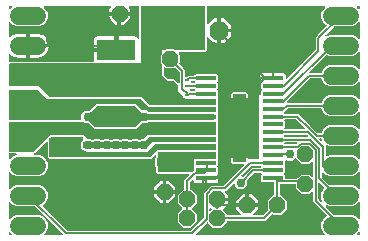
<source format=gbr>
G04 EAGLE Gerber RS-274X export*
G75*
%MOMM*%
%FSLAX34Y34*%
%LPD*%
%INTop Copper*%
%IPPOS*%
%AMOC8*
5,1,8,0,0,1.08239X$1,22.5*%
G01*
%ADD10P,1.732040X8X22.500000*%
%ADD11C,1.600200*%
%ADD12P,1.429621X8X202.500000*%
%ADD13P,1.429621X8X292.500000*%
%ADD14P,1.429621X8X112.500000*%
%ADD15P,1.429621X8X22.500000*%
%ADD16R,1.665200X0.364800*%
%ADD17R,3.100000X5.180000*%
%ADD18R,3.200000X1.800000*%
%ADD19R,0.350000X0.250000*%
%ADD20C,1.524000*%
%ADD21C,0.152400*%
%ADD22C,0.756400*%
%ADD23P,0.818720X8X22.500000*%

G36*
X161896Y46497D02*
X161896Y46497D01*
X161986Y46505D01*
X162016Y46517D01*
X162048Y46522D01*
X162129Y46565D01*
X162213Y46601D01*
X162245Y46627D01*
X162266Y46638D01*
X162288Y46661D01*
X162344Y46706D01*
X172750Y57112D01*
X172803Y57186D01*
X172863Y57256D01*
X172875Y57286D01*
X172894Y57312D01*
X172921Y57399D01*
X172955Y57484D01*
X172959Y57525D01*
X172966Y57547D01*
X172965Y57579D01*
X172973Y57651D01*
X172973Y78671D01*
X178885Y84583D01*
X189238Y84583D01*
X189328Y84597D01*
X189419Y84605D01*
X189448Y84617D01*
X189480Y84622D01*
X189561Y84665D01*
X189645Y84701D01*
X189677Y84727D01*
X189698Y84738D01*
X189720Y84761D01*
X189776Y84806D01*
X206834Y101864D01*
X206876Y101922D01*
X206925Y101974D01*
X206947Y102021D01*
X206977Y102063D01*
X206998Y102132D01*
X207029Y102197D01*
X207034Y102249D01*
X207050Y102299D01*
X207048Y102370D01*
X207056Y102441D01*
X207045Y102492D01*
X207043Y102544D01*
X207019Y102612D01*
X207004Y102682D01*
X206977Y102726D01*
X206959Y102775D01*
X206914Y102831D01*
X206877Y102893D01*
X206838Y102927D01*
X206805Y102967D01*
X206745Y103006D01*
X206690Y103053D01*
X206642Y103072D01*
X206598Y103100D01*
X206529Y103118D01*
X206462Y103145D01*
X206391Y103153D01*
X206360Y103161D01*
X206336Y103159D01*
X206296Y103163D01*
X197503Y103163D01*
X196163Y104503D01*
X196163Y108397D01*
X197503Y109737D01*
X208897Y109737D01*
X210237Y108397D01*
X210237Y107810D01*
X210248Y107740D01*
X210250Y107668D01*
X210268Y107619D01*
X210276Y107568D01*
X210310Y107505D01*
X210335Y107437D01*
X210367Y107396D01*
X210392Y107350D01*
X210443Y107301D01*
X210488Y107245D01*
X210532Y107217D01*
X210570Y107181D01*
X210635Y107151D01*
X210695Y107112D01*
X210746Y107099D01*
X210793Y107077D01*
X210864Y107069D01*
X210934Y107052D01*
X210986Y107056D01*
X211037Y107050D01*
X211108Y107066D01*
X211179Y107071D01*
X211227Y107091D01*
X211278Y107103D01*
X211339Y107139D01*
X211405Y107167D01*
X211432Y107189D01*
X219075Y107189D01*
X219095Y107192D01*
X219114Y107190D01*
X219216Y107212D01*
X219318Y107229D01*
X219335Y107238D01*
X219355Y107242D01*
X219444Y107295D01*
X219535Y107344D01*
X219549Y107358D01*
X219566Y107368D01*
X219633Y107447D01*
X219705Y107522D01*
X219713Y107540D01*
X219726Y107555D01*
X219765Y107651D01*
X219808Y107745D01*
X219810Y107765D01*
X219818Y107783D01*
X219836Y107950D01*
X219836Y161528D01*
X220292Y161264D01*
X220302Y161258D01*
X220354Y161208D01*
X220401Y161186D01*
X220443Y161156D01*
X220512Y161135D01*
X220577Y161105D01*
X220629Y161099D01*
X220678Y161084D01*
X220750Y161085D01*
X220821Y161077D01*
X220872Y161088D01*
X220924Y161090D01*
X220992Y161114D01*
X221062Y161130D01*
X221106Y161156D01*
X221155Y161174D01*
X221211Y161219D01*
X221273Y161256D01*
X221307Y161295D01*
X221347Y161328D01*
X221386Y161388D01*
X221433Y161443D01*
X221452Y161491D01*
X221480Y161535D01*
X221498Y161604D01*
X221525Y161671D01*
X221533Y161742D01*
X221541Y161773D01*
X221539Y161797D01*
X221543Y161838D01*
X221543Y165056D01*
X221799Y165312D01*
X221811Y165328D01*
X221827Y165341D01*
X221883Y165428D01*
X221943Y165512D01*
X221949Y165531D01*
X221960Y165548D01*
X221985Y165648D01*
X222015Y165747D01*
X222015Y165767D01*
X222020Y165786D01*
X222012Y165889D01*
X222009Y165993D01*
X222002Y166012D01*
X222001Y166032D01*
X221960Y166126D01*
X221925Y166224D01*
X221912Y166240D01*
X221904Y166258D01*
X221799Y166389D01*
X221543Y166645D01*
X221543Y171393D01*
X221529Y171483D01*
X221521Y171574D01*
X221509Y171604D01*
X221504Y171636D01*
X221461Y171716D01*
X221425Y171800D01*
X221399Y171832D01*
X221388Y171853D01*
X221365Y171875D01*
X221320Y171931D01*
X221035Y172217D01*
X220700Y172796D01*
X220527Y173442D01*
X220527Y174689D01*
X231244Y174689D01*
X231263Y174693D01*
X231283Y174690D01*
X231385Y174712D01*
X231487Y174729D01*
X231504Y174738D01*
X231524Y174743D01*
X231613Y174796D01*
X231704Y174844D01*
X231718Y174859D01*
X231735Y174869D01*
X231802Y174948D01*
X231873Y175023D01*
X231882Y175041D01*
X231895Y175056D01*
X231910Y175095D01*
X231913Y175096D01*
X232004Y175145D01*
X232018Y175159D01*
X232035Y175169D01*
X232102Y175248D01*
X232174Y175323D01*
X232182Y175341D01*
X232195Y175356D01*
X232234Y175452D01*
X232277Y175546D01*
X232279Y175566D01*
X232287Y175584D01*
X232305Y175751D01*
X232305Y179965D01*
X240054Y179965D01*
X240701Y179792D01*
X241280Y179458D01*
X241753Y178985D01*
X242088Y178405D01*
X242261Y177759D01*
X242261Y175895D01*
X242272Y175824D01*
X242274Y175753D01*
X242292Y175704D01*
X242300Y175652D01*
X242334Y175589D01*
X242359Y175522D01*
X242391Y175481D01*
X242416Y175435D01*
X242468Y175385D01*
X242512Y175329D01*
X242556Y175301D01*
X242594Y175265D01*
X242659Y175235D01*
X242719Y175196D01*
X242770Y175184D01*
X242817Y175162D01*
X242888Y175154D01*
X242958Y175136D01*
X243010Y175140D01*
X243061Y175135D01*
X243132Y175150D01*
X243203Y175156D01*
X243251Y175176D01*
X243302Y175187D01*
X243363Y175224D01*
X243429Y175252D01*
X243485Y175297D01*
X243513Y175313D01*
X243528Y175331D01*
X243560Y175357D01*
X267365Y199162D01*
X267418Y199236D01*
X267478Y199305D01*
X267490Y199335D01*
X267509Y199361D01*
X267536Y199448D01*
X267570Y199533D01*
X267574Y199574D01*
X267581Y199597D01*
X267580Y199629D01*
X267588Y199700D01*
X267588Y210497D01*
X269151Y212060D01*
X276602Y219511D01*
X276629Y219548D01*
X276662Y219579D01*
X276675Y219603D01*
X276688Y219616D01*
X276707Y219658D01*
X276745Y219710D01*
X276759Y219754D01*
X276781Y219795D01*
X276787Y219830D01*
X276792Y219839D01*
X276795Y219873D01*
X276818Y219945D01*
X276816Y219991D01*
X276825Y220037D01*
X276818Y220080D01*
X276819Y220083D01*
X276816Y220097D01*
X276813Y220114D01*
X276811Y220191D01*
X276796Y220234D01*
X276789Y220280D01*
X276754Y220349D01*
X276727Y220422D01*
X276698Y220458D01*
X276677Y220499D01*
X276622Y220554D01*
X276573Y220614D01*
X276534Y220639D01*
X276502Y220671D01*
X276382Y220737D01*
X276366Y220747D01*
X276361Y220749D01*
X276355Y220752D01*
X276125Y220847D01*
X273552Y223420D01*
X272160Y226781D01*
X272160Y230419D01*
X273552Y233780D01*
X275200Y235428D01*
X275242Y235486D01*
X275291Y235538D01*
X275313Y235585D01*
X275344Y235627D01*
X275365Y235696D01*
X275395Y235761D01*
X275401Y235813D01*
X275416Y235863D01*
X275414Y235934D01*
X275422Y236005D01*
X275411Y236056D01*
X275410Y236108D01*
X275385Y236176D01*
X275370Y236246D01*
X275343Y236291D01*
X275325Y236339D01*
X275280Y236395D01*
X275244Y236457D01*
X275204Y236491D01*
X275172Y236531D01*
X275111Y236570D01*
X275057Y236617D01*
X275008Y236636D01*
X274965Y236664D01*
X274895Y236682D01*
X274829Y236709D01*
X274757Y236717D01*
X274726Y236725D01*
X274703Y236723D01*
X274662Y236727D01*
X176085Y236727D01*
X176066Y236724D01*
X176046Y236726D01*
X175945Y236704D01*
X175843Y236688D01*
X175825Y236678D01*
X175806Y236674D01*
X175717Y236621D01*
X175625Y236572D01*
X175612Y236558D01*
X175595Y236548D01*
X175527Y236469D01*
X175456Y236394D01*
X175448Y236376D01*
X175435Y236361D01*
X175396Y236265D01*
X175352Y236171D01*
X175350Y236151D01*
X175343Y236133D01*
X175324Y235966D01*
X175324Y222233D01*
X175336Y222162D01*
X175338Y222090D01*
X175356Y222041D01*
X175364Y221990D01*
X175398Y221927D01*
X175422Y221859D01*
X175455Y221819D01*
X175479Y221773D01*
X175531Y221723D01*
X175576Y221667D01*
X175620Y221639D01*
X175657Y221603D01*
X175722Y221573D01*
X175783Y221534D01*
X175833Y221522D01*
X175880Y221500D01*
X175952Y221492D01*
X176021Y221474D01*
X176073Y221478D01*
X176125Y221473D01*
X176195Y221488D01*
X176266Y221493D01*
X176314Y221514D01*
X176365Y221525D01*
X176427Y221562D01*
X176493Y221590D01*
X176549Y221634D01*
X176576Y221651D01*
X176592Y221669D01*
X176624Y221694D01*
X181371Y226442D01*
X184214Y226442D01*
X184214Y216662D01*
X184217Y216642D01*
X184215Y216623D01*
X184237Y216521D01*
X184254Y216419D01*
X184263Y216402D01*
X184268Y216382D01*
X184321Y216293D01*
X184369Y216202D01*
X184384Y216188D01*
X184394Y216171D01*
X184472Y216104D01*
X184547Y216033D01*
X184565Y216024D01*
X184581Y216011D01*
X184677Y215973D01*
X184771Y215929D01*
X184790Y215927D01*
X184809Y215919D01*
X184976Y215901D01*
X185738Y215901D01*
X185738Y215899D01*
X184976Y215899D01*
X184956Y215896D01*
X184936Y215898D01*
X184835Y215876D01*
X184733Y215859D01*
X184715Y215850D01*
X184696Y215846D01*
X184607Y215793D01*
X184515Y215744D01*
X184502Y215730D01*
X184485Y215720D01*
X184417Y215641D01*
X184346Y215566D01*
X184338Y215548D01*
X184325Y215533D01*
X184286Y215437D01*
X184242Y215343D01*
X184240Y215323D01*
X184233Y215305D01*
X184214Y215138D01*
X184214Y205358D01*
X181371Y205358D01*
X176624Y210106D01*
X176566Y210147D01*
X176514Y210197D01*
X176466Y210219D01*
X176424Y210249D01*
X176356Y210270D01*
X176290Y210300D01*
X176239Y210306D01*
X176189Y210321D01*
X176117Y210320D01*
X176046Y210327D01*
X175995Y210316D01*
X175943Y210315D01*
X175876Y210290D01*
X175806Y210275D01*
X175761Y210248D01*
X175712Y210231D01*
X175656Y210186D01*
X175595Y210149D01*
X175561Y210109D01*
X175520Y210077D01*
X175481Y210017D01*
X175435Y209962D01*
X175415Y209914D01*
X175387Y209870D01*
X175370Y209801D01*
X175343Y209734D01*
X175335Y209663D01*
X175327Y209631D01*
X175329Y209608D01*
X175324Y209567D01*
X175324Y199078D01*
X173985Y197738D01*
X152145Y197738D01*
X152075Y197727D01*
X152003Y197725D01*
X151954Y197707D01*
X151903Y197699D01*
X151839Y197665D01*
X151772Y197640D01*
X151731Y197608D01*
X151685Y197583D01*
X151636Y197531D01*
X151580Y197487D01*
X151552Y197443D01*
X151516Y197405D01*
X151486Y197340D01*
X151447Y197280D01*
X151434Y197229D01*
X151412Y197182D01*
X151404Y197111D01*
X151387Y197041D01*
X151391Y196989D01*
X151385Y196938D01*
X151400Y196867D01*
X151406Y196796D01*
X151426Y196748D01*
X151437Y196697D01*
X151474Y196636D01*
X151502Y196570D01*
X151547Y196514D01*
X151564Y196486D01*
X151581Y196471D01*
X151607Y196439D01*
X152591Y195455D01*
X152591Y188720D01*
X152366Y188495D01*
X152354Y188479D01*
X152338Y188466D01*
X152282Y188379D01*
X152222Y188295D01*
X152216Y188276D01*
X152205Y188259D01*
X152180Y188159D01*
X152150Y188060D01*
X152150Y188040D01*
X152145Y188021D01*
X152153Y187918D01*
X152156Y187814D01*
X152163Y187795D01*
X152164Y187776D01*
X152205Y187681D01*
X152241Y187583D01*
X152253Y187568D01*
X152261Y187549D01*
X152366Y187418D01*
X155438Y184346D01*
X157001Y182783D01*
X157001Y177486D01*
X157004Y177466D01*
X157002Y177447D01*
X157024Y177345D01*
X157040Y177243D01*
X157050Y177226D01*
X157054Y177206D01*
X157107Y177117D01*
X157156Y177026D01*
X157170Y177012D01*
X157180Y176995D01*
X157259Y176928D01*
X157334Y176856D01*
X157352Y176848D01*
X157367Y176835D01*
X157463Y176796D01*
X157557Y176753D01*
X157577Y176751D01*
X157595Y176743D01*
X157762Y176725D01*
X157975Y176725D01*
X158066Y176739D01*
X158156Y176747D01*
X158186Y176759D01*
X158218Y176764D01*
X158299Y176807D01*
X158383Y176843D01*
X158415Y176869D01*
X158436Y176880D01*
X158458Y176903D01*
X158514Y176948D01*
X159454Y177887D01*
X164671Y177887D01*
X164761Y177902D01*
X164852Y177909D01*
X164882Y177922D01*
X164914Y177927D01*
X164995Y177970D01*
X165078Y178006D01*
X165111Y178031D01*
X165131Y178042D01*
X165153Y178066D01*
X165209Y178110D01*
X166048Y178949D01*
X183964Y178949D01*
X184857Y178056D01*
X184857Y173145D01*
X184601Y172889D01*
X184589Y172873D01*
X184573Y172860D01*
X184517Y172773D01*
X184457Y172689D01*
X184451Y172670D01*
X184440Y172653D01*
X184415Y172553D01*
X184385Y172454D01*
X184385Y172434D01*
X184380Y172415D01*
X184388Y172312D01*
X184391Y172208D01*
X184398Y172190D01*
X184399Y172170D01*
X184440Y172075D01*
X184475Y171977D01*
X184488Y171962D01*
X184496Y171943D01*
X184601Y171812D01*
X184857Y171556D01*
X184857Y166645D01*
X184601Y166389D01*
X184589Y166373D01*
X184573Y166360D01*
X184517Y166273D01*
X184457Y166189D01*
X184451Y166170D01*
X184440Y166153D01*
X184415Y166053D01*
X184385Y165954D01*
X184385Y165934D01*
X184380Y165915D01*
X184388Y165812D01*
X184391Y165708D01*
X184398Y165689D01*
X184399Y165670D01*
X184440Y165575D01*
X184475Y165477D01*
X184488Y165462D01*
X184496Y165443D01*
X184601Y165312D01*
X184857Y165056D01*
X184857Y161838D01*
X184868Y161767D01*
X184870Y161695D01*
X184888Y161646D01*
X184896Y161595D01*
X184930Y161532D01*
X184955Y161464D01*
X184976Y161437D01*
X184976Y105268D01*
X184967Y105257D01*
X184948Y105209D01*
X184920Y105165D01*
X184902Y105096D01*
X184875Y105029D01*
X184867Y104958D01*
X184859Y104927D01*
X184861Y104903D01*
X184857Y104862D01*
X184857Y101644D01*
X184601Y101388D01*
X184589Y101372D01*
X184573Y101359D01*
X184517Y101272D01*
X184457Y101188D01*
X184451Y101169D01*
X184440Y101152D01*
X184415Y101052D01*
X184385Y100953D01*
X184385Y100933D01*
X184380Y100914D01*
X184388Y100811D01*
X184391Y100707D01*
X184398Y100688D01*
X184399Y100668D01*
X184440Y100574D01*
X184475Y100476D01*
X184488Y100460D01*
X184496Y100442D01*
X184601Y100311D01*
X184857Y100055D01*
X184857Y95307D01*
X184871Y95217D01*
X184879Y95126D01*
X184891Y95096D01*
X184896Y95064D01*
X184939Y94984D01*
X184975Y94900D01*
X184976Y94898D01*
X184976Y92011D01*
X175156Y92011D01*
X175137Y92007D01*
X175117Y92009D01*
X175015Y91987D01*
X174913Y91971D01*
X174896Y91961D01*
X174876Y91957D01*
X174787Y91904D01*
X174696Y91856D01*
X174682Y91841D01*
X174665Y91831D01*
X174598Y91752D01*
X174527Y91677D01*
X174518Y91659D01*
X174505Y91644D01*
X174490Y91605D01*
X174487Y91604D01*
X174396Y91555D01*
X174382Y91541D01*
X174365Y91531D01*
X174298Y91452D01*
X174226Y91377D01*
X174218Y91359D01*
X174205Y91344D01*
X174166Y91248D01*
X174123Y91154D01*
X174121Y91134D01*
X174113Y91116D01*
X174095Y90949D01*
X174095Y86734D01*
X166346Y86735D01*
X165699Y86908D01*
X165120Y87242D01*
X164647Y87715D01*
X164312Y88295D01*
X164176Y88803D01*
X164137Y88890D01*
X164104Y88980D01*
X164087Y89002D01*
X164075Y89028D01*
X164010Y89098D01*
X163950Y89172D01*
X163927Y89187D01*
X163907Y89208D01*
X163824Y89253D01*
X163744Y89305D01*
X163716Y89312D01*
X163691Y89325D01*
X163598Y89342D01*
X163505Y89365D01*
X163477Y89363D01*
X163449Y89368D01*
X163354Y89353D01*
X163260Y89346D01*
X163234Y89335D01*
X163206Y89331D01*
X163121Y89287D01*
X163033Y89250D01*
X163006Y89227D01*
X162987Y89218D01*
X162964Y89194D01*
X162902Y89145D01*
X161260Y87502D01*
X161207Y87428D01*
X161147Y87358D01*
X161135Y87328D01*
X161116Y87302D01*
X161089Y87215D01*
X161055Y87130D01*
X161051Y87089D01*
X161044Y87067D01*
X161045Y87035D01*
X161037Y86964D01*
X161037Y81915D01*
X161040Y81895D01*
X161038Y81876D01*
X161060Y81774D01*
X161076Y81672D01*
X161086Y81655D01*
X161090Y81635D01*
X161143Y81546D01*
X161192Y81455D01*
X161206Y81441D01*
X161216Y81424D01*
X161295Y81357D01*
X161370Y81285D01*
X161388Y81277D01*
X161403Y81264D01*
X161499Y81225D01*
X161593Y81182D01*
X161613Y81180D01*
X161631Y81172D01*
X161798Y81154D01*
X162117Y81154D01*
X166879Y76392D01*
X166879Y69658D01*
X162847Y65626D01*
X162835Y65610D01*
X162819Y65597D01*
X162763Y65510D01*
X162703Y65426D01*
X162697Y65407D01*
X162686Y65390D01*
X162661Y65290D01*
X162631Y65191D01*
X162631Y65171D01*
X162626Y65152D01*
X162634Y65049D01*
X162637Y64945D01*
X162644Y64926D01*
X162645Y64907D01*
X162686Y64812D01*
X162721Y64714D01*
X162734Y64698D01*
X162742Y64680D01*
X162847Y64549D01*
X166879Y60517D01*
X166879Y53783D01*
X162117Y49021D01*
X155383Y49021D01*
X150621Y53783D01*
X150621Y60517D01*
X154653Y64549D01*
X154665Y64565D01*
X154681Y64578D01*
X154737Y64665D01*
X154797Y64749D01*
X154803Y64768D01*
X154814Y64785D01*
X154839Y64885D01*
X154869Y64984D01*
X154869Y65004D01*
X154874Y65023D01*
X154866Y65126D01*
X154863Y65230D01*
X154856Y65249D01*
X154855Y65269D01*
X154814Y65363D01*
X154779Y65461D01*
X154766Y65477D01*
X154758Y65495D01*
X154653Y65626D01*
X150621Y69658D01*
X150621Y76392D01*
X155383Y81154D01*
X155702Y81154D01*
X155722Y81157D01*
X155741Y81155D01*
X155843Y81177D01*
X155945Y81193D01*
X155962Y81203D01*
X155982Y81207D01*
X156071Y81260D01*
X156162Y81309D01*
X156176Y81323D01*
X156193Y81333D01*
X156260Y81412D01*
X156332Y81487D01*
X156340Y81505D01*
X156353Y81520D01*
X156392Y81616D01*
X156435Y81710D01*
X156437Y81730D01*
X156445Y81748D01*
X156463Y81915D01*
X156463Y89173D01*
X160541Y93251D01*
X160583Y93309D01*
X160632Y93361D01*
X160654Y93409D01*
X160685Y93451D01*
X160706Y93519D01*
X160736Y93585D01*
X160742Y93636D01*
X160757Y93686D01*
X160755Y93758D01*
X160763Y93829D01*
X160752Y93880D01*
X160751Y93932D01*
X160726Y93999D01*
X160711Y94069D01*
X160684Y94114D01*
X160666Y94163D01*
X160621Y94219D01*
X160585Y94280D01*
X160545Y94314D01*
X160513Y94355D01*
X160452Y94394D01*
X160398Y94440D01*
X160349Y94460D01*
X160306Y94488D01*
X160236Y94505D01*
X160170Y94532D01*
X160098Y94540D01*
X160067Y94548D01*
X160044Y94546D01*
X160003Y94551D01*
X133990Y94551D01*
X132651Y95890D01*
X132651Y100013D01*
X132636Y100103D01*
X132629Y100194D01*
X132616Y100224D01*
X132611Y100256D01*
X132568Y100337D01*
X132533Y100421D01*
X132507Y100453D01*
X132496Y100473D01*
X132473Y100495D01*
X132428Y100551D01*
X131571Y101408D01*
X131571Y108142D01*
X132428Y108999D01*
X132481Y109073D01*
X132540Y109142D01*
X132552Y109172D01*
X132571Y109198D01*
X132598Y109285D01*
X132632Y109370D01*
X132637Y109411D01*
X132644Y109433D01*
X132643Y109466D01*
X132651Y109537D01*
X132651Y110117D01*
X132639Y110187D01*
X132637Y110259D01*
X132619Y110308D01*
X132611Y110359D01*
X132577Y110423D01*
X132553Y110490D01*
X132520Y110531D01*
X132496Y110577D01*
X132444Y110626D01*
X132399Y110682D01*
X132355Y110710D01*
X132318Y110746D01*
X132253Y110776D01*
X132192Y110815D01*
X132142Y110828D01*
X132095Y110850D01*
X132023Y110858D01*
X131954Y110875D01*
X131902Y110871D01*
X131850Y110877D01*
X131780Y110862D01*
X131709Y110856D01*
X131661Y110836D01*
X131610Y110825D01*
X131548Y110788D01*
X131482Y110760D01*
X131426Y110715D01*
X131399Y110698D01*
X131383Y110681D01*
X131351Y110655D01*
X127947Y107251D01*
X41915Y107251D01*
X40576Y108590D01*
X40576Y121229D01*
X40564Y121300D01*
X40562Y121371D01*
X40544Y121420D01*
X40536Y121472D01*
X40503Y121535D01*
X40478Y121602D01*
X40445Y121643D01*
X40421Y121689D01*
X40369Y121738D01*
X40324Y121795D01*
X40280Y121823D01*
X40243Y121859D01*
X40178Y121889D01*
X40117Y121928D01*
X40067Y121940D01*
X40020Y121962D01*
X39948Y121970D01*
X39879Y121988D01*
X39827Y121984D01*
X39775Y121989D01*
X39705Y121974D01*
X39634Y121968D01*
X39586Y121948D01*
X39535Y121937D01*
X39473Y121900D01*
X39407Y121872D01*
X39351Y121827D01*
X39324Y121811D01*
X39308Y121793D01*
X39276Y121767D01*
X29553Y112044D01*
X29511Y111986D01*
X29462Y111934D01*
X29440Y111887D01*
X29410Y111845D01*
X29389Y111776D01*
X29358Y111711D01*
X29353Y111659D01*
X29337Y111609D01*
X29339Y111538D01*
X29331Y111467D01*
X29342Y111416D01*
X29344Y111364D01*
X29368Y111296D01*
X29383Y111226D01*
X29410Y111182D01*
X29428Y111133D01*
X29473Y111077D01*
X29510Y111015D01*
X29549Y110981D01*
X29582Y110941D01*
X29642Y110902D01*
X29697Y110855D01*
X29745Y110836D01*
X29789Y110808D01*
X29858Y110790D01*
X29925Y110763D01*
X29996Y110755D01*
X30027Y110747D01*
X30051Y110749D01*
X30091Y110745D01*
X33251Y110745D01*
X36613Y109353D01*
X39185Y106780D01*
X40577Y103419D01*
X40577Y99781D01*
X39185Y96420D01*
X36613Y93847D01*
X33251Y92455D01*
X14374Y92455D01*
X11012Y93847D01*
X9047Y95813D01*
X8989Y95854D01*
X8937Y95904D01*
X8890Y95926D01*
X8848Y95956D01*
X8779Y95977D01*
X8714Y96007D01*
X8662Y96013D01*
X8612Y96029D01*
X8541Y96027D01*
X8470Y96035D01*
X8419Y96024D01*
X8367Y96022D01*
X8299Y95998D01*
X8229Y95982D01*
X8184Y95956D01*
X8136Y95938D01*
X8080Y95893D01*
X8018Y95856D01*
X7984Y95817D01*
X7944Y95784D01*
X7905Y95724D01*
X7858Y95669D01*
X7839Y95621D01*
X7811Y95577D01*
X7793Y95508D01*
X7766Y95441D01*
X7758Y95370D01*
X7750Y95339D01*
X7752Y95315D01*
X7748Y95274D01*
X7748Y82526D01*
X7759Y82455D01*
X7761Y82383D01*
X7779Y82334D01*
X7787Y82283D01*
X7821Y82220D01*
X7846Y82152D01*
X7878Y82112D01*
X7903Y82066D01*
X7955Y82016D01*
X7999Y81960D01*
X8043Y81932D01*
X8081Y81896D01*
X8146Y81866D01*
X8206Y81827D01*
X8257Y81814D01*
X8304Y81793D01*
X8375Y81785D01*
X8445Y81767D01*
X8497Y81771D01*
X8548Y81765D01*
X8619Y81781D01*
X8690Y81786D01*
X8738Y81807D01*
X8789Y81818D01*
X8850Y81854D01*
X8916Y81883D01*
X8972Y81927D01*
X9000Y81944D01*
X9015Y81962D01*
X9047Y81987D01*
X11012Y83953D01*
X14374Y85345D01*
X33251Y85345D01*
X36613Y83953D01*
X39185Y81380D01*
X40577Y78019D01*
X40577Y74381D01*
X39185Y71020D01*
X36530Y68365D01*
X36518Y68349D01*
X36503Y68336D01*
X36446Y68249D01*
X36386Y68165D01*
X36380Y68146D01*
X36370Y68129D01*
X36344Y68029D01*
X36314Y67930D01*
X36314Y67910D01*
X36310Y67891D01*
X36318Y67788D01*
X36320Y67684D01*
X36327Y67665D01*
X36329Y67645D01*
X36369Y67551D01*
X36405Y67453D01*
X36417Y67437D01*
X36425Y67419D01*
X36530Y67288D01*
X57112Y46706D01*
X57186Y46653D01*
X57256Y46593D01*
X57286Y46581D01*
X57312Y46562D01*
X57399Y46535D01*
X57484Y46501D01*
X57525Y46497D01*
X57547Y46490D01*
X57579Y46491D01*
X57651Y46483D01*
X161805Y46483D01*
X161896Y46497D01*
G37*
G36*
X182582Y153229D02*
X182582Y153229D01*
X182602Y153227D01*
X182703Y153249D01*
X182805Y153266D01*
X182823Y153275D01*
X182842Y153280D01*
X182931Y153333D01*
X183023Y153381D01*
X183036Y153396D01*
X183053Y153406D01*
X183121Y153484D01*
X183192Y153559D01*
X183200Y153577D01*
X183213Y153593D01*
X183252Y153689D01*
X183296Y153783D01*
X183298Y153802D01*
X183305Y153821D01*
X183324Y153988D01*
X183324Y157163D01*
X183321Y157182D01*
X183323Y157202D01*
X183301Y157303D01*
X183284Y157405D01*
X183275Y157423D01*
X183270Y157442D01*
X183217Y157531D01*
X183169Y157623D01*
X183155Y157636D01*
X183144Y157653D01*
X183066Y157721D01*
X182991Y157792D01*
X182973Y157800D01*
X182957Y157813D01*
X182861Y157852D01*
X182768Y157896D01*
X182748Y157898D01*
X182729Y157905D01*
X182563Y157924D01*
X157478Y157924D01*
X157149Y158252D01*
X157075Y158306D01*
X157006Y158365D01*
X156976Y158377D01*
X156950Y158396D01*
X156862Y158423D01*
X156778Y158457D01*
X156737Y158461D01*
X156714Y158468D01*
X156682Y158467D01*
X156611Y158475D01*
X156368Y158475D01*
X155475Y159368D01*
X155475Y159611D01*
X155461Y159701D01*
X155453Y159792D01*
X155441Y159822D01*
X155436Y159854D01*
X155393Y159934D01*
X155357Y160018D01*
X155331Y160050D01*
X155320Y160071D01*
X155297Y160093D01*
X155252Y160149D01*
X137286Y178115D01*
X137286Y187453D01*
X137272Y187543D01*
X137264Y187634D01*
X137252Y187663D01*
X137247Y187695D01*
X137204Y187776D01*
X137168Y187860D01*
X137142Y187892D01*
X137131Y187913D01*
X137108Y187935D01*
X137063Y187991D01*
X136334Y188720D01*
X136334Y195455D01*
X137063Y196184D01*
X137116Y196258D01*
X137176Y196327D01*
X137188Y196358D01*
X137207Y196384D01*
X137234Y196471D01*
X137268Y196556D01*
X137272Y196597D01*
X137279Y196619D01*
X137278Y196651D01*
X137286Y196722D01*
X137286Y199264D01*
X139828Y199264D01*
X139918Y199279D01*
X140009Y199286D01*
X140038Y199298D01*
X140070Y199304D01*
X140151Y199346D01*
X140235Y199382D01*
X140267Y199408D01*
X140288Y199419D01*
X140310Y199442D01*
X140366Y199487D01*
X141095Y200216D01*
X147830Y200216D01*
X148559Y199487D01*
X148633Y199434D01*
X148702Y199374D01*
X148733Y199362D01*
X148759Y199343D01*
X148846Y199316D01*
X148931Y199282D01*
X148972Y199278D01*
X148994Y199271D01*
X149026Y199272D01*
X149097Y199264D01*
X173038Y199264D01*
X173057Y199267D01*
X173077Y199265D01*
X173178Y199287D01*
X173280Y199304D01*
X173298Y199313D01*
X173317Y199317D01*
X173406Y199370D01*
X173498Y199419D01*
X173511Y199433D01*
X173528Y199443D01*
X173596Y199522D01*
X173667Y199597D01*
X173675Y199615D01*
X173688Y199630D01*
X173727Y199726D01*
X173771Y199820D01*
X173773Y199840D01*
X173780Y199858D01*
X173799Y200025D01*
X173799Y235966D01*
X173796Y235986D01*
X173798Y236005D01*
X173776Y236107D01*
X173759Y236209D01*
X173750Y236226D01*
X173745Y236246D01*
X173692Y236335D01*
X173644Y236426D01*
X173630Y236440D01*
X173619Y236457D01*
X173541Y236524D01*
X173466Y236596D01*
X173448Y236604D01*
X173432Y236617D01*
X173336Y236656D01*
X173243Y236699D01*
X173223Y236701D01*
X173204Y236709D01*
X173038Y236727D01*
X120650Y236727D01*
X120630Y236724D01*
X120611Y236726D01*
X120509Y236704D01*
X120407Y236688D01*
X120390Y236678D01*
X120370Y236674D01*
X120281Y236621D01*
X120190Y236572D01*
X120176Y236558D01*
X120159Y236548D01*
X120092Y236469D01*
X120021Y236394D01*
X120012Y236376D01*
X119999Y236361D01*
X119960Y236265D01*
X119917Y236171D01*
X119915Y236151D01*
X119907Y236133D01*
X119889Y235966D01*
X119889Y188086D01*
X8509Y188086D01*
X8489Y188083D01*
X8470Y188085D01*
X8368Y188063D01*
X8266Y188047D01*
X8249Y188037D01*
X8229Y188033D01*
X8140Y187980D01*
X8049Y187931D01*
X8035Y187917D01*
X8018Y187907D01*
X7951Y187828D01*
X7879Y187753D01*
X7871Y187735D01*
X7858Y187720D01*
X7819Y187624D01*
X7776Y187530D01*
X7774Y187510D01*
X7766Y187492D01*
X7748Y187325D01*
X7748Y169863D01*
X7751Y169843D01*
X7749Y169823D01*
X7771Y169722D01*
X7787Y169620D01*
X7797Y169602D01*
X7801Y169583D01*
X7854Y169494D01*
X7903Y169402D01*
X7917Y169389D01*
X7927Y169372D01*
X8006Y169304D01*
X8081Y169233D01*
X8099Y169225D01*
X8114Y169212D01*
X8210Y169173D01*
X8304Y169129D01*
X8324Y169127D01*
X8342Y169120D01*
X8509Y169101D01*
X33022Y169101D01*
X42324Y159799D01*
X42382Y159757D01*
X42434Y159708D01*
X42453Y159700D01*
X42468Y159687D01*
X42498Y159675D01*
X42524Y159656D01*
X42592Y159635D01*
X42658Y159604D01*
X42677Y159602D01*
X42696Y159595D01*
X42737Y159590D01*
X42759Y159583D01*
X42791Y159584D01*
X42863Y159576D01*
X120335Y159576D01*
X126462Y153449D01*
X126536Y153396D01*
X126605Y153337D01*
X126635Y153325D01*
X126661Y153306D01*
X126748Y153279D01*
X126833Y153245D01*
X126874Y153240D01*
X126897Y153233D01*
X126929Y153234D01*
X127000Y153226D01*
X182563Y153226D01*
X182582Y153229D01*
G37*
G36*
X79143Y189615D02*
X79143Y189615D01*
X79162Y189613D01*
X79264Y189635D01*
X79366Y189651D01*
X79383Y189661D01*
X79403Y189665D01*
X79492Y189718D01*
X79583Y189767D01*
X79597Y189781D01*
X79614Y189791D01*
X79681Y189870D01*
X79753Y189945D01*
X79761Y189963D01*
X79774Y189978D01*
X79813Y190074D01*
X79856Y190168D01*
X79858Y190188D01*
X79866Y190206D01*
X79884Y190373D01*
X79884Y197927D01*
X97663Y197927D01*
X97683Y197930D01*
X97702Y197928D01*
X97804Y197950D01*
X97906Y197967D01*
X97923Y197976D01*
X97943Y197980D01*
X98032Y198033D01*
X98123Y198082D01*
X98137Y198096D01*
X98154Y198106D01*
X98221Y198185D01*
X98292Y198260D01*
X98301Y198278D01*
X98314Y198293D01*
X98353Y198389D01*
X98396Y198483D01*
X98398Y198503D01*
X98406Y198521D01*
X98424Y198688D01*
X98424Y199451D01*
X99187Y199451D01*
X99207Y199454D01*
X99226Y199452D01*
X99328Y199474D01*
X99430Y199491D01*
X99447Y199500D01*
X99467Y199504D01*
X99556Y199557D01*
X99647Y199606D01*
X99661Y199620D01*
X99678Y199630D01*
X99745Y199709D01*
X99816Y199784D01*
X99825Y199802D01*
X99838Y199817D01*
X99877Y199913D01*
X99920Y200007D01*
X99922Y200027D01*
X99930Y200045D01*
X99948Y200212D01*
X99948Y210991D01*
X114759Y210991D01*
X115406Y210818D01*
X115985Y210483D01*
X116458Y210010D01*
X116793Y209431D01*
X116867Y209154D01*
X116877Y209132D01*
X116881Y209108D01*
X116927Y209020D01*
X116968Y208930D01*
X116984Y208912D01*
X116996Y208891D01*
X117068Y208822D01*
X117135Y208750D01*
X117156Y208738D01*
X117174Y208721D01*
X117264Y208680D01*
X117351Y208632D01*
X117375Y208628D01*
X117397Y208618D01*
X117496Y208607D01*
X117594Y208590D01*
X117618Y208593D01*
X117641Y208591D01*
X117738Y208612D01*
X117837Y208627D01*
X117858Y208638D01*
X117882Y208643D01*
X117967Y208694D01*
X118055Y208740D01*
X118072Y208757D01*
X118093Y208769D01*
X118158Y208845D01*
X118227Y208916D01*
X118237Y208938D01*
X118253Y208956D01*
X118290Y209048D01*
X118333Y209138D01*
X118336Y209162D01*
X118345Y209184D01*
X118363Y209351D01*
X118363Y235966D01*
X118360Y235986D01*
X118362Y236005D01*
X118340Y236107D01*
X118324Y236209D01*
X118314Y236226D01*
X118310Y236246D01*
X118257Y236335D01*
X118208Y236426D01*
X118194Y236440D01*
X118184Y236457D01*
X118105Y236524D01*
X118030Y236596D01*
X118012Y236604D01*
X117997Y236617D01*
X117901Y236656D01*
X117807Y236699D01*
X117787Y236701D01*
X117769Y236709D01*
X117602Y236727D01*
X109831Y236727D01*
X109760Y236716D01*
X109688Y236714D01*
X109639Y236696D01*
X109588Y236688D01*
X109525Y236654D01*
X109457Y236629D01*
X109417Y236597D01*
X109370Y236572D01*
X109321Y236520D01*
X109265Y236476D01*
X109237Y236432D01*
X109201Y236394D01*
X109171Y236329D01*
X109132Y236269D01*
X109119Y236218D01*
X109097Y236171D01*
X109090Y236100D01*
X109072Y236030D01*
X109076Y235978D01*
X109070Y235927D01*
X109086Y235856D01*
X109091Y235785D01*
X109112Y235737D01*
X109123Y235686D01*
X109159Y235625D01*
X109188Y235559D01*
X109232Y235503D01*
X109249Y235475D01*
X109267Y235460D01*
X109292Y235428D01*
X110745Y233975D01*
X110745Y231711D01*
X102362Y231711D01*
X102342Y231707D01*
X102323Y231710D01*
X102221Y231688D01*
X102119Y231671D01*
X102102Y231662D01*
X102082Y231657D01*
X101993Y231604D01*
X101902Y231556D01*
X101888Y231541D01*
X101871Y231531D01*
X101804Y231453D01*
X101733Y231378D01*
X101724Y231359D01*
X101711Y231344D01*
X101673Y231248D01*
X101629Y231154D01*
X101627Y231135D01*
X101619Y231116D01*
X101601Y230949D01*
X101601Y230187D01*
X101599Y230187D01*
X101599Y230949D01*
X101596Y230969D01*
X101598Y230989D01*
X101576Y231090D01*
X101559Y231192D01*
X101550Y231210D01*
X101546Y231229D01*
X101493Y231318D01*
X101444Y231410D01*
X101430Y231423D01*
X101420Y231440D01*
X101341Y231508D01*
X101266Y231579D01*
X101248Y231587D01*
X101233Y231600D01*
X101137Y231639D01*
X101043Y231683D01*
X101023Y231685D01*
X101005Y231692D01*
X100838Y231711D01*
X92455Y231711D01*
X92455Y233975D01*
X93908Y235428D01*
X93950Y235486D01*
X93999Y235538D01*
X94021Y235585D01*
X94051Y235627D01*
X94072Y235696D01*
X94103Y235761D01*
X94108Y235813D01*
X94124Y235863D01*
X94122Y235934D01*
X94130Y236005D01*
X94119Y236056D01*
X94117Y236108D01*
X94093Y236176D01*
X94077Y236246D01*
X94051Y236291D01*
X94033Y236339D01*
X93988Y236395D01*
X93951Y236457D01*
X93912Y236491D01*
X93879Y236531D01*
X93819Y236570D01*
X93764Y236617D01*
X93716Y236636D01*
X93672Y236664D01*
X93603Y236682D01*
X93536Y236709D01*
X93465Y236717D01*
X93434Y236725D01*
X93410Y236723D01*
X93369Y236727D01*
X38076Y236727D01*
X38005Y236716D01*
X37933Y236714D01*
X37884Y236696D01*
X37833Y236688D01*
X37770Y236654D01*
X37702Y236629D01*
X37662Y236597D01*
X37616Y236572D01*
X37566Y236520D01*
X37510Y236476D01*
X37482Y236432D01*
X37446Y236394D01*
X37416Y236329D01*
X37377Y236269D01*
X37364Y236218D01*
X37343Y236171D01*
X37335Y236100D01*
X37317Y236030D01*
X37321Y235978D01*
X37315Y235927D01*
X37331Y235856D01*
X37336Y235785D01*
X37357Y235737D01*
X37368Y235686D01*
X37404Y235625D01*
X37433Y235559D01*
X37477Y235503D01*
X37494Y235475D01*
X37512Y235460D01*
X37537Y235428D01*
X39185Y233780D01*
X40577Y230419D01*
X40577Y226781D01*
X39185Y223420D01*
X36613Y220847D01*
X33251Y219455D01*
X14374Y219455D01*
X11012Y220847D01*
X9047Y222813D01*
X8989Y222854D01*
X8937Y222904D01*
X8890Y222926D01*
X8848Y222956D01*
X8779Y222977D01*
X8714Y223007D01*
X8662Y223013D01*
X8612Y223029D01*
X8541Y223027D01*
X8470Y223035D01*
X8419Y223024D01*
X8367Y223022D01*
X8299Y222998D01*
X8229Y222982D01*
X8184Y222956D01*
X8136Y222938D01*
X8080Y222893D01*
X8018Y222856D01*
X7984Y222817D01*
X7944Y222784D01*
X7905Y222724D01*
X7858Y222669D01*
X7839Y222621D01*
X7811Y222577D01*
X7793Y222508D01*
X7766Y222441D01*
X7758Y222370D01*
X7750Y222339D01*
X7752Y222315D01*
X7748Y222274D01*
X7748Y210962D01*
X7759Y210892D01*
X7761Y210820D01*
X7779Y210771D01*
X7787Y210720D01*
X7821Y210656D01*
X7846Y210589D01*
X7878Y210548D01*
X7903Y210502D01*
X7955Y210453D01*
X7999Y210397D01*
X8043Y210369D01*
X8081Y210333D01*
X8146Y210303D01*
X8206Y210264D01*
X8257Y210251D01*
X8304Y210229D01*
X8375Y210221D01*
X8445Y210204D01*
X8497Y210208D01*
X8548Y210202D01*
X8619Y210218D01*
X8690Y210223D01*
X8738Y210243D01*
X8789Y210255D01*
X8850Y210291D01*
X8916Y210319D01*
X8972Y210364D01*
X9000Y210381D01*
X9015Y210398D01*
X9047Y210424D01*
X9573Y210950D01*
X10867Y211890D01*
X12292Y212616D01*
X13813Y213111D01*
X15393Y213361D01*
X22289Y213361D01*
X22289Y203962D01*
X22292Y203942D01*
X22290Y203923D01*
X22312Y203821D01*
X22329Y203719D01*
X22338Y203702D01*
X22343Y203682D01*
X22396Y203593D01*
X22444Y203502D01*
X22459Y203488D01*
X22469Y203471D01*
X22547Y203404D01*
X22622Y203333D01*
X22640Y203324D01*
X22656Y203311D01*
X22752Y203273D01*
X22846Y203229D01*
X22865Y203227D01*
X22884Y203219D01*
X23051Y203201D01*
X23813Y203201D01*
X23813Y203199D01*
X23051Y203199D01*
X23031Y203196D01*
X23011Y203198D01*
X22910Y203176D01*
X22808Y203159D01*
X22790Y203150D01*
X22771Y203146D01*
X22682Y203093D01*
X22590Y203044D01*
X22577Y203030D01*
X22560Y203020D01*
X22492Y202941D01*
X22421Y202866D01*
X22413Y202848D01*
X22400Y202833D01*
X22361Y202737D01*
X22317Y202643D01*
X22315Y202623D01*
X22308Y202605D01*
X22289Y202438D01*
X22289Y193039D01*
X15393Y193039D01*
X13813Y193289D01*
X12292Y193784D01*
X10867Y194510D01*
X9573Y195450D01*
X9047Y195976D01*
X8989Y196018D01*
X8937Y196067D01*
X8890Y196089D01*
X8848Y196119D01*
X8779Y196140D01*
X8714Y196171D01*
X8662Y196176D01*
X8612Y196192D01*
X8541Y196190D01*
X8470Y196198D01*
X8419Y196187D01*
X8367Y196185D01*
X8299Y196161D01*
X8229Y196145D01*
X8184Y196119D01*
X8136Y196101D01*
X8080Y196056D01*
X8018Y196019D01*
X7984Y195980D01*
X7944Y195947D01*
X7905Y195887D01*
X7858Y195832D01*
X7839Y195784D01*
X7811Y195740D01*
X7793Y195671D01*
X7766Y195604D01*
X7758Y195533D01*
X7750Y195502D01*
X7752Y195478D01*
X7748Y195438D01*
X7748Y190373D01*
X7751Y190353D01*
X7749Y190334D01*
X7771Y190232D01*
X7787Y190130D01*
X7797Y190113D01*
X7801Y190093D01*
X7854Y190004D01*
X7903Y189913D01*
X7917Y189899D01*
X7927Y189882D01*
X8006Y189815D01*
X8081Y189743D01*
X8099Y189735D01*
X8114Y189722D01*
X8210Y189683D01*
X8304Y189640D01*
X8324Y189638D01*
X8342Y189630D01*
X8509Y189612D01*
X79123Y189612D01*
X79143Y189615D01*
G37*
G36*
X28665Y113554D02*
X28665Y113554D01*
X28756Y113561D01*
X28786Y113573D01*
X28818Y113579D01*
X28898Y113621D01*
X28982Y113657D01*
X29014Y113683D01*
X29035Y113694D01*
X29057Y113717D01*
X29113Y113762D01*
X43178Y127826D01*
X71122Y127826D01*
X74356Y124592D01*
X74430Y124539D01*
X74500Y124480D01*
X74530Y124468D01*
X74556Y124449D01*
X74643Y124422D01*
X74728Y124388D01*
X74769Y124383D01*
X74791Y124376D01*
X74823Y124377D01*
X74895Y124369D01*
X76811Y124369D01*
X77893Y123287D01*
X77967Y123234D01*
X78037Y123174D01*
X78067Y123162D01*
X78093Y123143D01*
X78180Y123116D01*
X78265Y123082D01*
X78306Y123078D01*
X78328Y123071D01*
X78360Y123072D01*
X78431Y123064D01*
X78731Y123064D01*
X78821Y123079D01*
X78912Y123086D01*
X78942Y123098D01*
X78974Y123104D01*
X79055Y123146D01*
X79138Y123182D01*
X79171Y123208D01*
X79191Y123219D01*
X79213Y123242D01*
X79269Y123287D01*
X80352Y124369D01*
X84748Y124369D01*
X85831Y123287D01*
X85905Y123234D01*
X85974Y123174D01*
X86004Y123162D01*
X86030Y123143D01*
X86117Y123116D01*
X86202Y123082D01*
X86243Y123078D01*
X86265Y123071D01*
X86298Y123072D01*
X86369Y123064D01*
X86669Y123064D01*
X86759Y123079D01*
X86850Y123086D01*
X86879Y123098D01*
X86911Y123104D01*
X86992Y123146D01*
X87076Y123182D01*
X87108Y123208D01*
X87129Y123219D01*
X87151Y123242D01*
X87207Y123287D01*
X88289Y124369D01*
X92686Y124369D01*
X93768Y123287D01*
X93842Y123234D01*
X93912Y123174D01*
X93942Y123162D01*
X93968Y123143D01*
X94055Y123116D01*
X94140Y123082D01*
X94181Y123078D01*
X94203Y123071D01*
X94235Y123072D01*
X94306Y123064D01*
X94606Y123064D01*
X94696Y123079D01*
X94787Y123086D01*
X94817Y123098D01*
X94849Y123104D01*
X94930Y123146D01*
X95013Y123182D01*
X95046Y123208D01*
X95066Y123219D01*
X95088Y123242D01*
X95144Y123287D01*
X96227Y124369D01*
X100623Y124369D01*
X101706Y123287D01*
X101780Y123234D01*
X101849Y123174D01*
X101879Y123162D01*
X101905Y123143D01*
X101992Y123116D01*
X102077Y123082D01*
X102118Y123078D01*
X102140Y123071D01*
X102173Y123072D01*
X102244Y123064D01*
X102544Y123064D01*
X102634Y123079D01*
X102725Y123086D01*
X102754Y123098D01*
X102786Y123104D01*
X102867Y123146D01*
X102951Y123182D01*
X102983Y123208D01*
X103004Y123219D01*
X103026Y123242D01*
X103082Y123287D01*
X104164Y124369D01*
X108561Y124369D01*
X109643Y123287D01*
X109717Y123234D01*
X109787Y123174D01*
X109817Y123162D01*
X109843Y123143D01*
X109930Y123116D01*
X110015Y123082D01*
X110056Y123078D01*
X110078Y123071D01*
X110110Y123072D01*
X110181Y123064D01*
X110481Y123064D01*
X110571Y123079D01*
X110662Y123086D01*
X110692Y123098D01*
X110724Y123104D01*
X110805Y123146D01*
X110888Y123182D01*
X110921Y123208D01*
X110941Y123219D01*
X110963Y123242D01*
X111019Y123287D01*
X112102Y124369D01*
X116498Y124369D01*
X117581Y123287D01*
X117655Y123234D01*
X117724Y123174D01*
X117754Y123162D01*
X117780Y123143D01*
X117867Y123116D01*
X117952Y123082D01*
X117993Y123078D01*
X118015Y123071D01*
X118048Y123072D01*
X118119Y123064D01*
X118419Y123064D01*
X118509Y123079D01*
X118600Y123086D01*
X118629Y123098D01*
X118661Y123104D01*
X118742Y123146D01*
X118826Y123182D01*
X118858Y123208D01*
X118879Y123219D01*
X118901Y123242D01*
X118957Y123287D01*
X120039Y124369D01*
X121955Y124369D01*
X122046Y124384D01*
X122136Y124391D01*
X122166Y124404D01*
X122198Y124409D01*
X122279Y124452D01*
X122363Y124487D01*
X122395Y124513D01*
X122416Y124524D01*
X122438Y124547D01*
X122494Y124592D01*
X125728Y127826D01*
X182563Y127826D01*
X182582Y127829D01*
X182602Y127827D01*
X182703Y127849D01*
X182805Y127866D01*
X182823Y127875D01*
X182842Y127880D01*
X182931Y127933D01*
X183023Y127981D01*
X183036Y127996D01*
X183053Y128006D01*
X183121Y128084D01*
X183192Y128159D01*
X183200Y128177D01*
X183213Y128193D01*
X183252Y128289D01*
X183296Y128383D01*
X183298Y128402D01*
X183305Y128421D01*
X183324Y128588D01*
X183324Y138113D01*
X183321Y138132D01*
X183323Y138152D01*
X183301Y138253D01*
X183284Y138355D01*
X183275Y138373D01*
X183270Y138392D01*
X183217Y138481D01*
X183169Y138573D01*
X183155Y138586D01*
X183144Y138603D01*
X183066Y138671D01*
X182991Y138742D01*
X182973Y138750D01*
X182957Y138763D01*
X182861Y138802D01*
X182768Y138846D01*
X182748Y138848D01*
X182729Y138855D01*
X182563Y138874D01*
X125831Y138874D01*
X125741Y138859D01*
X125650Y138852D01*
X125620Y138839D01*
X125589Y138834D01*
X125508Y138791D01*
X125424Y138756D01*
X125392Y138730D01*
X125371Y138719D01*
X125349Y138696D01*
X125293Y138651D01*
X124436Y137793D01*
X120705Y137793D01*
X120615Y137779D01*
X120524Y137772D01*
X120494Y137759D01*
X120462Y137754D01*
X120382Y137711D01*
X120298Y137675D01*
X120266Y137650D01*
X120245Y137639D01*
X120223Y137615D01*
X120167Y137570D01*
X115247Y132651D01*
X80015Y132651D01*
X75321Y137345D01*
X75247Y137398D01*
X75177Y137458D01*
X75147Y137470D01*
X75121Y137489D01*
X75034Y137516D01*
X74949Y137550D01*
X74908Y137554D01*
X74886Y137561D01*
X74854Y137560D01*
X74782Y137568D01*
X72414Y137568D01*
X71332Y138651D01*
X71258Y138704D01*
X71188Y138763D01*
X71158Y138775D01*
X71132Y138794D01*
X71045Y138821D01*
X70960Y138855D01*
X70919Y138860D01*
X70897Y138867D01*
X70865Y138866D01*
X70794Y138874D01*
X8509Y138874D01*
X8489Y138871D01*
X8470Y138873D01*
X8368Y138851D01*
X8266Y138834D01*
X8249Y138825D01*
X8229Y138820D01*
X8140Y138767D01*
X8049Y138719D01*
X8035Y138705D01*
X8018Y138694D01*
X7951Y138616D01*
X7879Y138541D01*
X7871Y138523D01*
X7858Y138507D01*
X7819Y138411D01*
X7776Y138318D01*
X7774Y138298D01*
X7766Y138279D01*
X7748Y138113D01*
X7748Y114300D01*
X7751Y114280D01*
X7749Y114261D01*
X7771Y114159D01*
X7787Y114057D01*
X7797Y114040D01*
X7801Y114020D01*
X7854Y113931D01*
X7903Y113840D01*
X7917Y113826D01*
X7927Y113809D01*
X8006Y113742D01*
X8081Y113671D01*
X8099Y113662D01*
X8114Y113649D01*
X8210Y113610D01*
X8304Y113567D01*
X8324Y113565D01*
X8342Y113557D01*
X8509Y113539D01*
X28575Y113539D01*
X28665Y113554D01*
G37*
G36*
X274733Y42684D02*
X274733Y42684D01*
X274804Y42686D01*
X274853Y42704D01*
X274905Y42712D01*
X274968Y42746D01*
X275035Y42771D01*
X275076Y42803D01*
X275122Y42828D01*
X275171Y42880D01*
X275227Y42924D01*
X275256Y42968D01*
X275291Y43006D01*
X275322Y43071D01*
X275360Y43131D01*
X275373Y43182D01*
X275395Y43229D01*
X275403Y43300D01*
X275420Y43370D01*
X275416Y43422D01*
X275422Y43473D01*
X275407Y43544D01*
X275401Y43615D01*
X275381Y43663D01*
X275370Y43714D01*
X275333Y43775D01*
X275305Y43841D01*
X275260Y43897D01*
X275244Y43925D01*
X275226Y43940D01*
X275200Y43972D01*
X273552Y45620D01*
X272160Y48981D01*
X272160Y52619D01*
X273552Y55980D01*
X276125Y58553D01*
X276355Y58648D01*
X276394Y58672D01*
X276437Y58688D01*
X276498Y58736D01*
X276564Y58777D01*
X276593Y58813D01*
X276629Y58841D01*
X276671Y58907D01*
X276721Y58967D01*
X276737Y59010D01*
X276762Y59048D01*
X276781Y59124D01*
X276809Y59196D01*
X276811Y59242D01*
X276822Y59287D01*
X276816Y59364D01*
X276819Y59442D01*
X276806Y59486D01*
X276803Y59532D01*
X276772Y59604D01*
X276751Y59678D01*
X276725Y59716D01*
X276707Y59758D01*
X276621Y59865D01*
X276610Y59880D01*
X276606Y59883D01*
X276602Y59889D01*
X266928Y69563D01*
X265366Y71125D01*
X265366Y78995D01*
X265354Y79065D01*
X265352Y79137D01*
X265334Y79186D01*
X265326Y79237D01*
X265292Y79301D01*
X265268Y79368D01*
X265235Y79409D01*
X265211Y79455D01*
X265159Y79504D01*
X265114Y79560D01*
X265070Y79588D01*
X265033Y79624D01*
X264968Y79654D01*
X264907Y79693D01*
X264857Y79706D01*
X264810Y79728D01*
X264738Y79736D01*
X264669Y79753D01*
X264617Y79749D01*
X264565Y79755D01*
X264495Y79740D01*
X264424Y79734D01*
X264376Y79714D01*
X264325Y79703D01*
X264263Y79666D01*
X264197Y79638D01*
X264141Y79593D01*
X264114Y79576D01*
X264098Y79559D01*
X264066Y79533D01*
X262130Y77596D01*
X255395Y77596D01*
X250634Y82358D01*
X250634Y85344D01*
X250631Y85364D01*
X250633Y85383D01*
X250611Y85485D01*
X250594Y85587D01*
X250585Y85604D01*
X250580Y85624D01*
X250527Y85713D01*
X250479Y85804D01*
X250465Y85818D01*
X250454Y85835D01*
X250376Y85902D01*
X250301Y85974D01*
X250283Y85982D01*
X250267Y85995D01*
X250171Y86034D01*
X250078Y86077D01*
X250058Y86079D01*
X250039Y86087D01*
X249873Y86105D01*
X237998Y86105D01*
X237978Y86102D01*
X237959Y86104D01*
X237857Y86082D01*
X237755Y86066D01*
X237738Y86056D01*
X237718Y86052D01*
X237629Y85999D01*
X237538Y85950D01*
X237524Y85936D01*
X237507Y85926D01*
X237440Y85847D01*
X237368Y85772D01*
X237360Y85754D01*
X237347Y85739D01*
X237308Y85643D01*
X237265Y85549D01*
X237263Y85529D01*
X237255Y85511D01*
X237237Y85344D01*
X237237Y77152D01*
X237240Y77133D01*
X237238Y77113D01*
X237260Y77012D01*
X237276Y76910D01*
X237286Y76892D01*
X237290Y76873D01*
X237343Y76784D01*
X237392Y76692D01*
X237406Y76679D01*
X237416Y76662D01*
X237495Y76594D01*
X237570Y76523D01*
X237588Y76515D01*
X237603Y76502D01*
X237699Y76463D01*
X237793Y76419D01*
X237813Y76417D01*
X237831Y76410D01*
X237998Y76391D01*
X238317Y76391D01*
X243079Y71630D01*
X243079Y64895D01*
X238317Y60134D01*
X231583Y60134D01*
X231357Y60359D01*
X231341Y60371D01*
X231329Y60387D01*
X231242Y60443D01*
X231158Y60503D01*
X231139Y60509D01*
X231122Y60520D01*
X231021Y60545D01*
X230923Y60575D01*
X230903Y60575D01*
X230883Y60580D01*
X230780Y60572D01*
X230677Y60569D01*
X230658Y60562D01*
X230638Y60561D01*
X230543Y60520D01*
X230446Y60484D01*
X230430Y60472D01*
X230412Y60464D01*
X230281Y60359D01*
X224785Y54863D01*
X193040Y54863D01*
X193020Y54860D01*
X193001Y54862D01*
X192899Y54840D01*
X192797Y54824D01*
X192780Y54814D01*
X192760Y54810D01*
X192671Y54757D01*
X192580Y54708D01*
X192566Y54694D01*
X192549Y54684D01*
X192482Y54605D01*
X192410Y54530D01*
X192402Y54512D01*
X192389Y54497D01*
X192350Y54401D01*
X192307Y54307D01*
X192305Y54287D01*
X192297Y54269D01*
X192279Y54102D01*
X192279Y53783D01*
X187517Y49021D01*
X180783Y49021D01*
X176493Y53311D01*
X176477Y53323D01*
X176465Y53338D01*
X176378Y53394D01*
X176294Y53454D01*
X176275Y53460D01*
X176258Y53471D01*
X176157Y53496D01*
X176059Y53527D01*
X176039Y53526D01*
X176019Y53531D01*
X175916Y53523D01*
X175813Y53520D01*
X175794Y53514D01*
X175774Y53512D01*
X175679Y53472D01*
X175582Y53436D01*
X175566Y53423D01*
X175548Y53416D01*
X175417Y53311D01*
X166078Y43972D01*
X166036Y43914D01*
X165987Y43862D01*
X165965Y43815D01*
X165935Y43773D01*
X165914Y43704D01*
X165883Y43639D01*
X165878Y43587D01*
X165862Y43537D01*
X165864Y43466D01*
X165856Y43395D01*
X165867Y43344D01*
X165869Y43292D01*
X165893Y43224D01*
X165908Y43154D01*
X165935Y43110D01*
X165953Y43061D01*
X165998Y43005D01*
X166035Y42943D01*
X166074Y42909D01*
X166107Y42869D01*
X166167Y42830D01*
X166222Y42783D01*
X166270Y42764D01*
X166314Y42736D01*
X166383Y42718D01*
X166450Y42691D01*
X166521Y42683D01*
X166552Y42675D01*
X166576Y42677D01*
X166616Y42673D01*
X274662Y42673D01*
X274733Y42684D01*
G37*
G36*
X68353Y140541D02*
X68353Y140541D01*
X68444Y140548D01*
X68473Y140561D01*
X68505Y140566D01*
X68586Y140609D01*
X68670Y140644D01*
X68702Y140670D01*
X68723Y140681D01*
X68745Y140704D01*
X68801Y140749D01*
X69083Y141031D01*
X69136Y141105D01*
X69195Y141175D01*
X69208Y141205D01*
X69226Y141231D01*
X69253Y141318D01*
X69287Y141403D01*
X69292Y141444D01*
X69299Y141466D01*
X69298Y141498D01*
X69306Y141570D01*
X69306Y145073D01*
X72414Y148182D01*
X75918Y148182D01*
X76008Y148196D01*
X76099Y148204D01*
X76129Y148216D01*
X76161Y148221D01*
X76241Y148264D01*
X76325Y148300D01*
X76357Y148326D01*
X76378Y148337D01*
X76400Y148360D01*
X76456Y148405D01*
X80677Y152626D01*
X80730Y152700D01*
X80790Y152769D01*
X80802Y152799D01*
X80821Y152825D01*
X80848Y152912D01*
X80882Y152997D01*
X80886Y153038D01*
X80893Y153061D01*
X80893Y153074D01*
X81793Y153975D01*
X115057Y153975D01*
X115965Y153066D01*
X115972Y152983D01*
X115984Y152953D01*
X115989Y152921D01*
X116032Y152841D01*
X116068Y152757D01*
X116094Y152725D01*
X116105Y152704D01*
X116128Y152682D01*
X116173Y152626D01*
X120169Y148630D01*
X120243Y148577D01*
X120312Y148517D01*
X120342Y148505D01*
X120368Y148486D01*
X120455Y148460D01*
X120540Y148425D01*
X120581Y148421D01*
X120603Y148414D01*
X120636Y148415D01*
X120707Y148407D01*
X124436Y148407D01*
X125743Y147099D01*
X125817Y147046D01*
X125887Y146987D01*
X125917Y146975D01*
X125943Y146956D01*
X126030Y146929D01*
X126115Y146895D01*
X126156Y146890D01*
X126178Y146883D01*
X126210Y146884D01*
X126282Y146876D01*
X182563Y146876D01*
X182582Y146879D01*
X182602Y146877D01*
X182703Y146899D01*
X182805Y146916D01*
X182823Y146925D01*
X182842Y146930D01*
X182931Y146983D01*
X183023Y147031D01*
X183036Y147046D01*
X183053Y147056D01*
X183121Y147134D01*
X183192Y147209D01*
X183200Y147227D01*
X183213Y147243D01*
X183252Y147339D01*
X183296Y147433D01*
X183298Y147452D01*
X183305Y147471D01*
X183324Y147638D01*
X183324Y150813D01*
X183321Y150832D01*
X183323Y150852D01*
X183301Y150953D01*
X183284Y151055D01*
X183275Y151073D01*
X183270Y151092D01*
X183217Y151181D01*
X183169Y151273D01*
X183155Y151286D01*
X183144Y151303D01*
X183066Y151371D01*
X182991Y151442D01*
X182973Y151450D01*
X182957Y151463D01*
X182861Y151502D01*
X182768Y151546D01*
X182748Y151548D01*
X182729Y151555D01*
X182563Y151574D01*
X125728Y151574D01*
X119601Y157701D01*
X119527Y157754D01*
X119457Y157813D01*
X119427Y157826D01*
X119401Y157844D01*
X119314Y157871D01*
X119229Y157905D01*
X119188Y157910D01*
X119166Y157917D01*
X119134Y157916D01*
X119063Y157924D01*
X40003Y157924D01*
X32288Y165638D01*
X32214Y165691D01*
X32145Y165751D01*
X32115Y165763D01*
X32089Y165782D01*
X32002Y165809D01*
X31917Y165843D01*
X31876Y165847D01*
X31853Y165854D01*
X31821Y165853D01*
X31750Y165861D01*
X8509Y165861D01*
X8489Y165858D01*
X8470Y165860D01*
X8368Y165838D01*
X8266Y165822D01*
X8249Y165812D01*
X8229Y165808D01*
X8140Y165755D01*
X8049Y165706D01*
X8035Y165692D01*
X8018Y165682D01*
X7951Y165603D01*
X7879Y165528D01*
X7871Y165510D01*
X7858Y165495D01*
X7819Y165399D01*
X7776Y165305D01*
X7774Y165285D01*
X7766Y165267D01*
X7748Y165100D01*
X7748Y141288D01*
X7751Y141268D01*
X7749Y141248D01*
X7771Y141147D01*
X7787Y141045D01*
X7797Y141027D01*
X7801Y141008D01*
X7854Y140919D01*
X7903Y140827D01*
X7917Y140814D01*
X7927Y140797D01*
X8006Y140729D01*
X8081Y140658D01*
X8099Y140650D01*
X8114Y140637D01*
X8210Y140598D01*
X8304Y140554D01*
X8324Y140552D01*
X8342Y140545D01*
X8509Y140526D01*
X68263Y140526D01*
X68353Y140541D01*
G37*
G36*
X127090Y108791D02*
X127090Y108791D01*
X127181Y108798D01*
X127211Y108811D01*
X127243Y108816D01*
X127323Y108859D01*
X127407Y108894D01*
X127439Y108920D01*
X127460Y108931D01*
X127482Y108954D01*
X127538Y108999D01*
X133665Y115126D01*
X182563Y115126D01*
X182582Y115129D01*
X182602Y115127D01*
X182703Y115149D01*
X182805Y115166D01*
X182823Y115175D01*
X182842Y115180D01*
X182931Y115233D01*
X183023Y115281D01*
X183036Y115296D01*
X183053Y115306D01*
X183121Y115384D01*
X183192Y115459D01*
X183200Y115477D01*
X183213Y115493D01*
X183252Y115589D01*
X183296Y115683D01*
X183298Y115702D01*
X183305Y115721D01*
X183324Y115888D01*
X183324Y119063D01*
X183321Y119082D01*
X183323Y119102D01*
X183301Y119203D01*
X183284Y119305D01*
X183275Y119323D01*
X183270Y119342D01*
X183217Y119431D01*
X183169Y119523D01*
X183155Y119536D01*
X183144Y119553D01*
X183066Y119621D01*
X182991Y119692D01*
X182973Y119700D01*
X182957Y119713D01*
X182861Y119752D01*
X182768Y119796D01*
X182748Y119798D01*
X182729Y119805D01*
X182563Y119824D01*
X131763Y119824D01*
X131672Y119809D01*
X131582Y119802D01*
X131552Y119789D01*
X131520Y119784D01*
X131439Y119741D01*
X131355Y119706D01*
X131323Y119680D01*
X131302Y119669D01*
X131280Y119646D01*
X131224Y119601D01*
X125097Y113474D01*
X73340Y113474D01*
X73281Y113533D01*
X73207Y113586D01*
X73138Y113645D01*
X73108Y113658D01*
X73081Y113676D01*
X72995Y113703D01*
X72910Y113737D01*
X72869Y113742D01*
X72846Y113749D01*
X72814Y113748D01*
X72743Y113756D01*
X72414Y113756D01*
X71205Y114965D01*
X71131Y115018D01*
X71061Y115078D01*
X71031Y115090D01*
X71005Y115109D01*
X70918Y115136D01*
X70833Y115170D01*
X70792Y115174D01*
X70770Y115181D01*
X70738Y115180D01*
X70667Y115188D01*
X70490Y115188D01*
X69151Y116528D01*
X69151Y121597D01*
X70388Y122835D01*
X70441Y122909D01*
X70501Y122978D01*
X70513Y123008D01*
X70532Y123034D01*
X70559Y123121D01*
X70593Y123206D01*
X70597Y123247D01*
X70604Y123270D01*
X70603Y123302D01*
X70611Y123373D01*
X70611Y125413D01*
X70608Y125432D01*
X70610Y125452D01*
X70588Y125553D01*
X70572Y125655D01*
X70562Y125673D01*
X70558Y125692D01*
X70505Y125781D01*
X70456Y125873D01*
X70442Y125886D01*
X70432Y125903D01*
X70353Y125971D01*
X70278Y126042D01*
X70260Y126050D01*
X70245Y126063D01*
X70149Y126102D01*
X70055Y126146D01*
X70035Y126148D01*
X70017Y126155D01*
X69850Y126174D01*
X43998Y126174D01*
X43908Y126159D01*
X43817Y126152D01*
X43787Y126139D01*
X43755Y126134D01*
X43675Y126091D01*
X43591Y126056D01*
X43558Y126030D01*
X43538Y126019D01*
X43516Y125996D01*
X43460Y125951D01*
X42324Y124815D01*
X42271Y124741D01*
X42212Y124672D01*
X42200Y124642D01*
X42181Y124616D01*
X42154Y124528D01*
X42120Y124444D01*
X42115Y124403D01*
X42108Y124380D01*
X42109Y124348D01*
X42101Y124277D01*
X42101Y109538D01*
X42104Y109518D01*
X42102Y109498D01*
X42124Y109397D01*
X42141Y109295D01*
X42150Y109277D01*
X42155Y109258D01*
X42208Y109169D01*
X42256Y109077D01*
X42271Y109064D01*
X42281Y109047D01*
X42359Y108979D01*
X42434Y108908D01*
X42452Y108900D01*
X42468Y108887D01*
X42564Y108848D01*
X42658Y108804D01*
X42677Y108802D01*
X42696Y108795D01*
X42863Y108776D01*
X127000Y108776D01*
X127090Y108791D01*
G37*
G36*
X114390Y134191D02*
X114390Y134191D01*
X114481Y134198D01*
X114511Y134211D01*
X114543Y134216D01*
X114623Y134259D01*
X114707Y134294D01*
X114739Y134320D01*
X114760Y134331D01*
X114782Y134354D01*
X114838Y134399D01*
X120965Y140526D01*
X180975Y140526D01*
X180995Y140529D01*
X181014Y140527D01*
X181116Y140549D01*
X181218Y140566D01*
X181235Y140575D01*
X181255Y140580D01*
X181344Y140633D01*
X181435Y140681D01*
X181449Y140696D01*
X181466Y140706D01*
X181533Y140784D01*
X181605Y140859D01*
X181613Y140877D01*
X181626Y140893D01*
X181665Y140989D01*
X181708Y141083D01*
X181710Y141102D01*
X181718Y141121D01*
X181736Y141288D01*
X181736Y144590D01*
X181733Y144609D01*
X181735Y144629D01*
X181713Y144730D01*
X181697Y144832D01*
X181687Y144850D01*
X181683Y144869D01*
X181630Y144958D01*
X181581Y145050D01*
X181567Y145063D01*
X181557Y145080D01*
X181478Y145148D01*
X181403Y145219D01*
X181385Y145227D01*
X181370Y145240D01*
X181274Y145279D01*
X181180Y145323D01*
X181160Y145325D01*
X181142Y145332D01*
X180975Y145351D01*
X121290Y145351D01*
X120053Y146588D01*
X119979Y146641D01*
X119909Y146701D01*
X119879Y146713D01*
X119853Y146732D01*
X119766Y146759D01*
X119681Y146793D01*
X119640Y146797D01*
X119618Y146804D01*
X119586Y146803D01*
X119515Y146811D01*
X119378Y146811D01*
X114838Y151351D01*
X114764Y151404D01*
X114695Y151463D01*
X114665Y151476D01*
X114639Y151494D01*
X114552Y151521D01*
X114467Y151555D01*
X114426Y151560D01*
X114403Y151567D01*
X114371Y151566D01*
X114300Y151574D01*
X82550Y151574D01*
X82460Y151559D01*
X82369Y151552D01*
X82339Y151539D01*
X82307Y151534D01*
X82227Y151491D01*
X82143Y151456D01*
X82111Y151430D01*
X82090Y151419D01*
X82068Y151396D01*
X82012Y151351D01*
X77472Y146811D01*
X77335Y146811D01*
X77245Y146797D01*
X77154Y146789D01*
X77125Y146777D01*
X77093Y146772D01*
X77012Y146729D01*
X76928Y146693D01*
X76896Y146667D01*
X76875Y146656D01*
X76853Y146633D01*
X76797Y146588D01*
X72035Y141826D01*
X71993Y141768D01*
X71943Y141716D01*
X71921Y141668D01*
X71891Y141626D01*
X71870Y141558D01*
X71840Y141493D01*
X71834Y141441D01*
X71819Y141391D01*
X71821Y141319D01*
X71813Y141248D01*
X71824Y141197D01*
X71825Y141145D01*
X71850Y141078D01*
X71865Y141008D01*
X71892Y140963D01*
X71910Y140914D01*
X71954Y140858D01*
X71991Y140797D01*
X72031Y140763D01*
X72063Y140722D01*
X72124Y140683D01*
X72178Y140637D01*
X72226Y140617D01*
X72270Y140589D01*
X72340Y140572D01*
X72406Y140545D01*
X72478Y140537D01*
X72509Y140529D01*
X72532Y140531D01*
X72573Y140526D01*
X75439Y140526D01*
X75439Y139700D01*
X75454Y139610D01*
X75461Y139519D01*
X75473Y139489D01*
X75479Y139457D01*
X75521Y139377D01*
X75557Y139293D01*
X75583Y139261D01*
X75594Y139240D01*
X75617Y139218D01*
X75662Y139162D01*
X80424Y134399D01*
X80498Y134346D01*
X80568Y134287D01*
X80598Y134275D01*
X80624Y134256D01*
X80711Y134229D01*
X80796Y134195D01*
X80837Y134190D01*
X80859Y134183D01*
X80891Y134184D01*
X80963Y134176D01*
X114300Y134176D01*
X114390Y134191D01*
G37*
G36*
X203676Y59448D02*
X203676Y59448D01*
X203748Y59450D01*
X203797Y59468D01*
X203848Y59476D01*
X203911Y59510D01*
X203979Y59535D01*
X204019Y59567D01*
X204066Y59592D01*
X204115Y59644D01*
X204171Y59688D01*
X204199Y59732D01*
X204235Y59770D01*
X204265Y59835D01*
X204304Y59895D01*
X204317Y59946D01*
X204339Y59993D01*
X204346Y60064D01*
X204364Y60134D01*
X204360Y60186D01*
X204366Y60237D01*
X204350Y60308D01*
X204345Y60379D01*
X204324Y60427D01*
X204313Y60478D01*
X204277Y60539D01*
X204248Y60605D01*
X204204Y60661D01*
X204187Y60689D01*
X204169Y60704D01*
X204144Y60736D01*
X200405Y64475D01*
X200405Y66739D01*
X208788Y66739D01*
X208808Y66742D01*
X208827Y66740D01*
X208929Y66762D01*
X209031Y66779D01*
X209048Y66788D01*
X209068Y66793D01*
X209157Y66846D01*
X209248Y66894D01*
X209262Y66909D01*
X209279Y66919D01*
X209346Y66997D01*
X209417Y67072D01*
X209426Y67090D01*
X209439Y67106D01*
X209477Y67202D01*
X209521Y67296D01*
X209523Y67315D01*
X209531Y67334D01*
X209549Y67501D01*
X209549Y68263D01*
X209551Y68263D01*
X209551Y67501D01*
X209554Y67481D01*
X209552Y67461D01*
X209574Y67360D01*
X209591Y67258D01*
X209600Y67240D01*
X209604Y67221D01*
X209657Y67132D01*
X209706Y67040D01*
X209720Y67027D01*
X209730Y67010D01*
X209809Y66942D01*
X209884Y66871D01*
X209902Y66863D01*
X209917Y66850D01*
X210013Y66811D01*
X210107Y66767D01*
X210127Y66765D01*
X210145Y66758D01*
X210312Y66739D01*
X218695Y66739D01*
X218695Y64475D01*
X214956Y60736D01*
X214914Y60678D01*
X214865Y60626D01*
X214843Y60579D01*
X214813Y60537D01*
X214792Y60468D01*
X214761Y60403D01*
X214756Y60351D01*
X214740Y60301D01*
X214742Y60230D01*
X214734Y60159D01*
X214745Y60108D01*
X214747Y60056D01*
X214771Y59988D01*
X214787Y59918D01*
X214813Y59873D01*
X214831Y59825D01*
X214876Y59769D01*
X214913Y59707D01*
X214952Y59673D01*
X214985Y59633D01*
X215045Y59594D01*
X215100Y59547D01*
X215148Y59528D01*
X215192Y59500D01*
X215261Y59482D01*
X215328Y59455D01*
X215399Y59447D01*
X215430Y59439D01*
X215454Y59441D01*
X215495Y59437D01*
X222575Y59437D01*
X222665Y59451D01*
X222756Y59459D01*
X222786Y59471D01*
X222818Y59476D01*
X222898Y59519D01*
X222982Y59555D01*
X223014Y59581D01*
X223035Y59592D01*
X223057Y59615D01*
X223113Y59660D01*
X227047Y63593D01*
X227059Y63609D01*
X227074Y63622D01*
X227130Y63709D01*
X227190Y63793D01*
X227196Y63812D01*
X227207Y63829D01*
X227232Y63929D01*
X227263Y64028D01*
X227262Y64048D01*
X227267Y64067D01*
X227259Y64170D01*
X227256Y64274D01*
X227250Y64293D01*
X227248Y64313D01*
X227208Y64408D01*
X227172Y64505D01*
X227159Y64521D01*
X227152Y64539D01*
X227047Y64670D01*
X226821Y64895D01*
X226821Y71630D01*
X231583Y76391D01*
X231902Y76391D01*
X231922Y76394D01*
X231941Y76392D01*
X232043Y76414D01*
X232145Y76431D01*
X232162Y76440D01*
X232182Y76445D01*
X232271Y76498D01*
X232362Y76546D01*
X232376Y76560D01*
X232393Y76571D01*
X232460Y76649D01*
X232532Y76724D01*
X232540Y76742D01*
X232553Y76758D01*
X232592Y76854D01*
X232635Y76947D01*
X232637Y76967D01*
X232645Y76986D01*
X232663Y77152D01*
X232663Y86875D01*
X232649Y86966D01*
X232641Y87056D01*
X232629Y87086D01*
X232624Y87118D01*
X232581Y87199D01*
X232545Y87283D01*
X232519Y87315D01*
X232508Y87336D01*
X232485Y87358D01*
X232440Y87414D01*
X232327Y87528D01*
X232253Y87581D01*
X232183Y87640D01*
X232153Y87652D01*
X232127Y87671D01*
X232040Y87698D01*
X231955Y87732D01*
X231914Y87737D01*
X231892Y87743D01*
X231860Y87743D01*
X231788Y87751D01*
X222436Y87751D01*
X221543Y88644D01*
X221543Y93555D01*
X221799Y93811D01*
X221811Y93827D01*
X221827Y93840D01*
X221883Y93927D01*
X221943Y94011D01*
X221949Y94030D01*
X221960Y94047D01*
X221985Y94147D01*
X222015Y94246D01*
X222015Y94266D01*
X222020Y94285D01*
X222012Y94388D01*
X222009Y94492D01*
X222002Y94510D01*
X222001Y94530D01*
X221960Y94625D01*
X221925Y94723D01*
X221912Y94738D01*
X221904Y94757D01*
X221799Y94888D01*
X221661Y95026D01*
X221587Y95079D01*
X221517Y95139D01*
X221487Y95151D01*
X221461Y95170D01*
X221374Y95197D01*
X221289Y95231D01*
X221248Y95235D01*
X221226Y95242D01*
X221194Y95241D01*
X221122Y95249D01*
X216147Y95249D01*
X216056Y95235D01*
X215966Y95227D01*
X215936Y95215D01*
X215904Y95210D01*
X215823Y95167D01*
X215739Y95131D01*
X215707Y95105D01*
X215686Y95094D01*
X215664Y95071D01*
X215608Y95026D01*
X209746Y89164D01*
X209693Y89090D01*
X209633Y89020D01*
X209621Y88990D01*
X209602Y88964D01*
X209575Y88877D01*
X209541Y88792D01*
X209537Y88751D01*
X209530Y88729D01*
X209531Y88697D01*
X209523Y88625D01*
X209523Y84670D01*
X206414Y81561D01*
X202018Y81561D01*
X198909Y84670D01*
X198909Y85634D01*
X198898Y85704D01*
X198896Y85776D01*
X198878Y85825D01*
X198870Y85876D01*
X198836Y85940D01*
X198811Y86007D01*
X198779Y86048D01*
X198754Y86094D01*
X198703Y86143D01*
X198658Y86199D01*
X198614Y86227D01*
X198576Y86263D01*
X198511Y86293D01*
X198451Y86332D01*
X198400Y86345D01*
X198353Y86367D01*
X198282Y86375D01*
X198212Y86392D01*
X198160Y86388D01*
X198109Y86394D01*
X198038Y86379D01*
X197967Y86373D01*
X197919Y86353D01*
X197868Y86342D01*
X197807Y86305D01*
X197741Y86277D01*
X197685Y86232D01*
X197657Y86215D01*
X197642Y86198D01*
X197610Y86172D01*
X193010Y81572D01*
X191311Y79873D01*
X191299Y79857D01*
X191284Y79844D01*
X191228Y79757D01*
X191167Y79673D01*
X191162Y79654D01*
X191151Y79638D01*
X191126Y79537D01*
X191095Y79438D01*
X191096Y79418D01*
X191091Y79399D01*
X191099Y79296D01*
X191101Y79192D01*
X191108Y79174D01*
X191110Y79154D01*
X191150Y79059D01*
X191186Y78961D01*
X191198Y78946D01*
X191206Y78927D01*
X191311Y78797D01*
X193295Y76813D01*
X193295Y74548D01*
X184912Y74548D01*
X184892Y74545D01*
X184873Y74547D01*
X184771Y74525D01*
X184669Y74508D01*
X184652Y74499D01*
X184632Y74495D01*
X184543Y74442D01*
X184452Y74393D01*
X184438Y74379D01*
X184421Y74369D01*
X184354Y74290D01*
X184283Y74215D01*
X184274Y74197D01*
X184261Y74182D01*
X184223Y74086D01*
X184179Y73992D01*
X184177Y73972D01*
X184169Y73954D01*
X184151Y73787D01*
X184151Y73024D01*
X183388Y73024D01*
X183368Y73021D01*
X183349Y73023D01*
X183247Y73001D01*
X183145Y72984D01*
X183128Y72975D01*
X183108Y72971D01*
X183019Y72918D01*
X182928Y72869D01*
X182914Y72855D01*
X182897Y72845D01*
X182830Y72766D01*
X182759Y72691D01*
X182750Y72673D01*
X182737Y72658D01*
X182698Y72562D01*
X182655Y72468D01*
X182653Y72448D01*
X182645Y72430D01*
X182627Y72263D01*
X182627Y66040D01*
X182630Y66020D01*
X182628Y66001D01*
X182650Y65899D01*
X182667Y65797D01*
X182676Y65780D01*
X182680Y65760D01*
X182733Y65671D01*
X182782Y65580D01*
X182796Y65566D01*
X182806Y65549D01*
X182885Y65482D01*
X182960Y65410D01*
X182978Y65402D01*
X182993Y65389D01*
X183089Y65350D01*
X183183Y65307D01*
X183203Y65305D01*
X183221Y65297D01*
X183388Y65279D01*
X184912Y65279D01*
X184932Y65282D01*
X184951Y65280D01*
X185053Y65302D01*
X185155Y65318D01*
X185172Y65328D01*
X185192Y65332D01*
X185281Y65385D01*
X185372Y65434D01*
X185386Y65448D01*
X185403Y65458D01*
X185470Y65537D01*
X185541Y65612D01*
X185550Y65630D01*
X185563Y65645D01*
X185602Y65741D01*
X185645Y65835D01*
X185647Y65855D01*
X185655Y65873D01*
X185673Y66040D01*
X185673Y71502D01*
X193295Y71502D01*
X193295Y69237D01*
X188965Y64907D01*
X188953Y64891D01*
X188938Y64879D01*
X188882Y64791D01*
X188821Y64708D01*
X188816Y64689D01*
X188805Y64672D01*
X188779Y64571D01*
X188749Y64473D01*
X188750Y64453D01*
X188745Y64433D01*
X188753Y64330D01*
X188755Y64227D01*
X188762Y64208D01*
X188764Y64188D01*
X188804Y64093D01*
X188840Y63996D01*
X188852Y63980D01*
X188860Y63962D01*
X188965Y63831D01*
X192279Y60517D01*
X192279Y60198D01*
X192282Y60178D01*
X192280Y60159D01*
X192302Y60057D01*
X192318Y59955D01*
X192328Y59938D01*
X192332Y59918D01*
X192385Y59829D01*
X192434Y59738D01*
X192448Y59724D01*
X192458Y59707D01*
X192537Y59640D01*
X192612Y59568D01*
X192630Y59560D01*
X192645Y59547D01*
X192741Y59508D01*
X192835Y59465D01*
X192855Y59463D01*
X192873Y59455D01*
X193040Y59437D01*
X203605Y59437D01*
X203676Y59448D01*
G37*
G36*
X271960Y154706D02*
X271960Y154706D01*
X272076Y154723D01*
X272082Y154725D01*
X272088Y154726D01*
X272191Y154781D01*
X272296Y154834D01*
X272300Y154839D01*
X272305Y154842D01*
X272385Y154926D01*
X272468Y155010D01*
X272471Y155016D01*
X272475Y155020D01*
X272483Y155037D01*
X272549Y155157D01*
X273552Y157580D01*
X276125Y160153D01*
X279486Y161545D01*
X298364Y161545D01*
X301725Y160153D01*
X303690Y158187D01*
X303748Y158146D01*
X303800Y158096D01*
X303848Y158074D01*
X303890Y158044D01*
X303958Y158023D01*
X304024Y157993D01*
X304075Y157987D01*
X304125Y157971D01*
X304197Y157973D01*
X304268Y157965D01*
X304319Y157976D01*
X304371Y157978D01*
X304438Y158002D01*
X304508Y158018D01*
X304553Y158044D01*
X304602Y158062D01*
X304658Y158107D01*
X304719Y158144D01*
X304753Y158183D01*
X304794Y158216D01*
X304833Y158276D01*
X304879Y158331D01*
X304899Y158379D01*
X304927Y158423D01*
X304944Y158492D01*
X304971Y158559D01*
X304979Y158630D01*
X304987Y158661D01*
X304985Y158685D01*
X304990Y158726D01*
X304990Y171474D01*
X304978Y171545D01*
X304976Y171617D01*
X304958Y171666D01*
X304950Y171717D01*
X304916Y171780D01*
X304892Y171848D01*
X304859Y171888D01*
X304835Y171934D01*
X304783Y171984D01*
X304738Y172040D01*
X304694Y172068D01*
X304657Y172104D01*
X304592Y172134D01*
X304531Y172173D01*
X304481Y172186D01*
X304434Y172207D01*
X304362Y172215D01*
X304293Y172233D01*
X304241Y172229D01*
X304189Y172235D01*
X304119Y172219D01*
X304048Y172214D01*
X304000Y172193D01*
X303949Y172182D01*
X303887Y172146D01*
X303821Y172117D01*
X303765Y172073D01*
X303738Y172056D01*
X303722Y172038D01*
X303690Y172013D01*
X301725Y170047D01*
X298364Y168655D01*
X279486Y168655D01*
X276125Y170047D01*
X273552Y172620D01*
X272549Y175043D01*
X272487Y175143D01*
X272427Y175243D01*
X272422Y175247D01*
X272419Y175252D01*
X272329Y175327D01*
X272240Y175403D01*
X272234Y175405D01*
X272230Y175409D01*
X272122Y175451D01*
X272012Y175495D01*
X272005Y175496D01*
X272000Y175497D01*
X271982Y175498D01*
X271845Y175513D01*
X263200Y175513D01*
X263110Y175499D01*
X263019Y175491D01*
X262989Y175479D01*
X262957Y175474D01*
X262877Y175431D01*
X262793Y175395D01*
X262761Y175369D01*
X262740Y175358D01*
X262718Y175335D01*
X262662Y175290D01*
X243358Y155986D01*
X243316Y155928D01*
X243266Y155876D01*
X243244Y155829D01*
X243214Y155787D01*
X243193Y155718D01*
X243163Y155653D01*
X243157Y155601D01*
X243142Y155551D01*
X243144Y155480D01*
X243136Y155409D01*
X243147Y155358D01*
X243148Y155306D01*
X243173Y155238D01*
X243188Y155168D01*
X243215Y155123D01*
X243233Y155075D01*
X243277Y155019D01*
X243314Y154957D01*
X243354Y154923D01*
X243386Y154883D01*
X243447Y154844D01*
X243501Y154797D01*
X243549Y154778D01*
X243593Y154750D01*
X243663Y154732D01*
X243729Y154705D01*
X243801Y154697D01*
X243832Y154689D01*
X243855Y154691D01*
X243896Y154687D01*
X271845Y154687D01*
X271960Y154706D01*
G37*
G36*
X163141Y96091D02*
X163141Y96091D01*
X163232Y96098D01*
X163262Y96111D01*
X163294Y96116D01*
X163374Y96159D01*
X163458Y96194D01*
X163490Y96220D01*
X163511Y96231D01*
X163533Y96254D01*
X163589Y96299D01*
X164051Y96761D01*
X164104Y96835D01*
X164163Y96904D01*
X164175Y96934D01*
X164194Y96961D01*
X164221Y97048D01*
X164255Y97132D01*
X164260Y97173D01*
X164267Y97196D01*
X164266Y97228D01*
X164274Y97299D01*
X164274Y107189D01*
X165474Y107189D01*
X165564Y107204D01*
X165655Y107211D01*
X165684Y107223D01*
X165716Y107229D01*
X165797Y107271D01*
X165881Y107307D01*
X165913Y107333D01*
X165934Y107344D01*
X165956Y107367D01*
X166012Y107412D01*
X166048Y107448D01*
X182563Y107448D01*
X182582Y107451D01*
X182602Y107449D01*
X182703Y107471D01*
X182805Y107488D01*
X182823Y107497D01*
X182842Y107502D01*
X182931Y107555D01*
X183023Y107603D01*
X183036Y107617D01*
X183053Y107628D01*
X183121Y107706D01*
X183192Y107781D01*
X183200Y107799D01*
X183213Y107815D01*
X183252Y107911D01*
X183296Y108004D01*
X183298Y108024D01*
X183305Y108043D01*
X183324Y108209D01*
X183324Y112713D01*
X183321Y112732D01*
X183323Y112752D01*
X183301Y112853D01*
X183284Y112955D01*
X183275Y112973D01*
X183270Y112992D01*
X183217Y113081D01*
X183169Y113173D01*
X183155Y113186D01*
X183144Y113203D01*
X183066Y113271D01*
X182991Y113342D01*
X182973Y113350D01*
X182957Y113363D01*
X182861Y113402D01*
X182768Y113446D01*
X182748Y113448D01*
X182729Y113455D01*
X182563Y113474D01*
X134938Y113474D01*
X134918Y113471D01*
X134898Y113473D01*
X134797Y113451D01*
X134695Y113434D01*
X134677Y113425D01*
X134658Y113420D01*
X134569Y113367D01*
X134477Y113319D01*
X134464Y113305D01*
X134447Y113294D01*
X134379Y113216D01*
X134308Y113141D01*
X134300Y113123D01*
X134287Y113107D01*
X134248Y113011D01*
X134204Y112918D01*
X134202Y112898D01*
X134195Y112879D01*
X134176Y112713D01*
X134176Y96838D01*
X134179Y96818D01*
X134177Y96798D01*
X134199Y96697D01*
X134216Y96595D01*
X134225Y96577D01*
X134230Y96558D01*
X134283Y96469D01*
X134331Y96377D01*
X134346Y96364D01*
X134356Y96347D01*
X134434Y96279D01*
X134509Y96208D01*
X134527Y96200D01*
X134543Y96187D01*
X134639Y96148D01*
X134733Y96104D01*
X134752Y96102D01*
X134771Y96095D01*
X134938Y96076D01*
X163051Y96076D01*
X163141Y96091D01*
G37*
G36*
X271960Y129306D02*
X271960Y129306D01*
X272076Y129323D01*
X272082Y129325D01*
X272088Y129326D01*
X272191Y129381D01*
X272296Y129434D01*
X272300Y129439D01*
X272305Y129442D01*
X272385Y129526D01*
X272468Y129610D01*
X272471Y129616D01*
X272475Y129620D01*
X272483Y129637D01*
X272549Y129757D01*
X273552Y132180D01*
X276125Y134753D01*
X279486Y136145D01*
X298364Y136145D01*
X301725Y134753D01*
X303690Y132787D01*
X303748Y132746D01*
X303800Y132696D01*
X303848Y132674D01*
X303890Y132644D01*
X303958Y132623D01*
X304024Y132593D01*
X304075Y132587D01*
X304125Y132571D01*
X304197Y132573D01*
X304268Y132565D01*
X304319Y132576D01*
X304371Y132578D01*
X304438Y132602D01*
X304508Y132618D01*
X304553Y132644D01*
X304602Y132662D01*
X304658Y132707D01*
X304719Y132744D01*
X304753Y132783D01*
X304794Y132816D01*
X304833Y132876D01*
X304879Y132931D01*
X304899Y132979D01*
X304927Y133023D01*
X304944Y133092D01*
X304971Y133159D01*
X304979Y133230D01*
X304987Y133261D01*
X304985Y133285D01*
X304990Y133326D01*
X304990Y146074D01*
X304978Y146145D01*
X304976Y146217D01*
X304958Y146266D01*
X304950Y146317D01*
X304916Y146380D01*
X304892Y146448D01*
X304859Y146488D01*
X304835Y146534D01*
X304783Y146584D01*
X304738Y146640D01*
X304694Y146668D01*
X304657Y146704D01*
X304592Y146734D01*
X304531Y146773D01*
X304481Y146786D01*
X304434Y146807D01*
X304362Y146815D01*
X304293Y146833D01*
X304241Y146829D01*
X304189Y146835D01*
X304119Y146819D01*
X304048Y146814D01*
X304000Y146793D01*
X303949Y146782D01*
X303887Y146746D01*
X303821Y146717D01*
X303765Y146673D01*
X303738Y146656D01*
X303722Y146638D01*
X303690Y146613D01*
X301725Y144647D01*
X298364Y143255D01*
X279486Y143255D01*
X276125Y144647D01*
X273552Y147220D01*
X272549Y149643D01*
X272487Y149743D01*
X272427Y149843D01*
X272422Y149847D01*
X272419Y149852D01*
X272329Y149927D01*
X272240Y150003D01*
X272234Y150005D01*
X272230Y150009D01*
X272121Y150051D01*
X272012Y150095D01*
X272005Y150096D01*
X272000Y150097D01*
X271982Y150098D01*
X271845Y150113D01*
X244150Y150113D01*
X244060Y150099D01*
X243969Y150091D01*
X243939Y150079D01*
X243907Y150074D01*
X243827Y150031D01*
X243743Y149995D01*
X243711Y149969D01*
X243690Y149958D01*
X243668Y149935D01*
X243612Y149890D01*
X241468Y147746D01*
X241415Y147672D01*
X241355Y147603D01*
X241343Y147573D01*
X241324Y147547D01*
X241297Y147460D01*
X241263Y147375D01*
X241259Y147334D01*
X241252Y147311D01*
X241253Y147279D01*
X241245Y147208D01*
X241245Y147145D01*
X240989Y146888D01*
X240977Y146872D01*
X240961Y146860D01*
X240905Y146772D01*
X240845Y146689D01*
X240839Y146670D01*
X240828Y146653D01*
X240803Y146552D01*
X240773Y146454D01*
X240773Y146434D01*
X240768Y146414D01*
X240776Y146311D01*
X240779Y146208D01*
X240786Y146189D01*
X240787Y146169D01*
X240828Y146074D01*
X240863Y145977D01*
X240876Y145961D01*
X240884Y145943D01*
X240989Y145812D01*
X241191Y145610D01*
X241265Y145557D01*
X241334Y145497D01*
X241364Y145485D01*
X241390Y145466D01*
X241477Y145440D01*
X241562Y145405D01*
X241603Y145401D01*
X241625Y145394D01*
X241658Y145395D01*
X241729Y145387D01*
X253135Y145387D01*
X262789Y135733D01*
X262863Y135680D01*
X262932Y135620D01*
X262962Y135608D01*
X262988Y135589D01*
X263058Y135568D01*
X269116Y129510D01*
X269190Y129457D01*
X269259Y129397D01*
X269289Y129385D01*
X269316Y129366D01*
X269402Y129339D01*
X269487Y129305D01*
X269528Y129301D01*
X269551Y129294D01*
X269583Y129295D01*
X269654Y129287D01*
X271845Y129287D01*
X271960Y129306D01*
G37*
G36*
X123915Y116729D02*
X123915Y116729D01*
X124006Y116736D01*
X124036Y116748D01*
X124068Y116754D01*
X124148Y116796D01*
X124232Y116832D01*
X124264Y116858D01*
X124285Y116869D01*
X124307Y116892D01*
X124363Y116937D01*
X128903Y121476D01*
X182563Y121476D01*
X182582Y121479D01*
X182602Y121477D01*
X182703Y121499D01*
X182805Y121516D01*
X182823Y121525D01*
X182842Y121530D01*
X182931Y121583D01*
X183023Y121631D01*
X183036Y121646D01*
X183053Y121656D01*
X183121Y121734D01*
X183192Y121809D01*
X183200Y121827D01*
X183213Y121843D01*
X183252Y121939D01*
X183296Y122033D01*
X183298Y122052D01*
X183305Y122071D01*
X183324Y122238D01*
X183324Y125413D01*
X183321Y125432D01*
X183323Y125452D01*
X183301Y125553D01*
X183284Y125655D01*
X183275Y125673D01*
X183270Y125692D01*
X183217Y125781D01*
X183169Y125873D01*
X183155Y125886D01*
X183144Y125903D01*
X183066Y125971D01*
X182991Y126042D01*
X182973Y126050D01*
X182957Y126063D01*
X182861Y126102D01*
X182768Y126146D01*
X182748Y126148D01*
X182729Y126155D01*
X182563Y126174D01*
X127000Y126174D01*
X126910Y126159D01*
X126819Y126152D01*
X126789Y126139D01*
X126757Y126134D01*
X126677Y126091D01*
X126593Y126056D01*
X126561Y126030D01*
X126540Y126019D01*
X126518Y125996D01*
X126462Y125951D01*
X121922Y121411D01*
X71438Y121411D01*
X71418Y121408D01*
X71398Y121410D01*
X71297Y121388D01*
X71195Y121372D01*
X71177Y121362D01*
X71158Y121358D01*
X71069Y121305D01*
X70977Y121256D01*
X70964Y121242D01*
X70947Y121232D01*
X70879Y121153D01*
X70808Y121078D01*
X70800Y121060D01*
X70787Y121045D01*
X70748Y120949D01*
X70704Y120855D01*
X70702Y120835D01*
X70695Y120817D01*
X70676Y120650D01*
X70676Y117475D01*
X70679Y117455D01*
X70677Y117436D01*
X70699Y117334D01*
X70716Y117232D01*
X70725Y117215D01*
X70730Y117195D01*
X70783Y117106D01*
X70831Y117015D01*
X70846Y117001D01*
X70856Y116984D01*
X70934Y116917D01*
X71009Y116846D01*
X71027Y116837D01*
X71043Y116824D01*
X71139Y116785D01*
X71233Y116742D01*
X71252Y116740D01*
X71271Y116732D01*
X71438Y116714D01*
X123825Y116714D01*
X123915Y116729D01*
G37*
G36*
X271960Y180106D02*
X271960Y180106D01*
X272076Y180123D01*
X272082Y180125D01*
X272088Y180126D01*
X272191Y180181D01*
X272296Y180234D01*
X272300Y180239D01*
X272305Y180242D01*
X272385Y180326D01*
X272468Y180410D01*
X272471Y180416D01*
X272475Y180420D01*
X272483Y180437D01*
X272549Y180557D01*
X273552Y182980D01*
X276125Y185553D01*
X279486Y186945D01*
X298364Y186945D01*
X301725Y185553D01*
X303690Y183587D01*
X303748Y183546D01*
X303800Y183496D01*
X303848Y183474D01*
X303890Y183444D01*
X303958Y183423D01*
X304024Y183393D01*
X304075Y183387D01*
X304125Y183371D01*
X304197Y183373D01*
X304268Y183365D01*
X304319Y183376D01*
X304371Y183378D01*
X304438Y183402D01*
X304508Y183418D01*
X304553Y183444D01*
X304602Y183462D01*
X304658Y183507D01*
X304719Y183544D01*
X304753Y183583D01*
X304794Y183616D01*
X304833Y183676D01*
X304879Y183731D01*
X304899Y183779D01*
X304927Y183823D01*
X304944Y183892D01*
X304971Y183959D01*
X304979Y184030D01*
X304987Y184061D01*
X304985Y184085D01*
X304990Y184126D01*
X304990Y196874D01*
X304978Y196945D01*
X304976Y197017D01*
X304958Y197066D01*
X304950Y197117D01*
X304916Y197180D01*
X304892Y197248D01*
X304859Y197288D01*
X304835Y197334D01*
X304783Y197384D01*
X304738Y197440D01*
X304694Y197468D01*
X304657Y197504D01*
X304592Y197534D01*
X304531Y197573D01*
X304481Y197586D01*
X304434Y197607D01*
X304362Y197615D01*
X304293Y197633D01*
X304241Y197629D01*
X304189Y197635D01*
X304119Y197619D01*
X304048Y197614D01*
X304000Y197593D01*
X303949Y197582D01*
X303887Y197546D01*
X303821Y197517D01*
X303765Y197473D01*
X303738Y197456D01*
X303722Y197438D01*
X303690Y197413D01*
X301725Y195447D01*
X298364Y194055D01*
X279486Y194055D01*
X276838Y195152D01*
X276725Y195179D01*
X276611Y195207D01*
X276605Y195207D01*
X276599Y195208D01*
X276482Y195197D01*
X276366Y195188D01*
X276360Y195186D01*
X276354Y195185D01*
X276246Y195137D01*
X276139Y195092D01*
X276134Y195087D01*
X276129Y195085D01*
X276115Y195072D01*
X276008Y194987D01*
X262408Y181386D01*
X262366Y181328D01*
X262316Y181276D01*
X262294Y181229D01*
X262264Y181187D01*
X262243Y181118D01*
X262213Y181053D01*
X262207Y181001D01*
X262192Y180951D01*
X262194Y180880D01*
X262186Y180809D01*
X262197Y180758D01*
X262198Y180706D01*
X262223Y180638D01*
X262238Y180568D01*
X262265Y180524D01*
X262283Y180475D01*
X262327Y180419D01*
X262364Y180357D01*
X262404Y180323D01*
X262436Y180283D01*
X262497Y180244D01*
X262551Y180197D01*
X262599Y180178D01*
X262643Y180150D01*
X262713Y180132D01*
X262779Y180105D01*
X262851Y180097D01*
X262882Y180089D01*
X262905Y180091D01*
X262946Y180087D01*
X271845Y180087D01*
X271960Y180106D01*
G37*
G36*
X52910Y42684D02*
X52910Y42684D01*
X52982Y42686D01*
X53031Y42704D01*
X53082Y42712D01*
X53146Y42746D01*
X53213Y42771D01*
X53254Y42803D01*
X53300Y42828D01*
X53349Y42879D01*
X53405Y42924D01*
X53433Y42968D01*
X53469Y43006D01*
X53499Y43071D01*
X53538Y43131D01*
X53551Y43182D01*
X53573Y43229D01*
X53581Y43300D01*
X53598Y43370D01*
X53594Y43422D01*
X53600Y43473D01*
X53585Y43544D01*
X53579Y43615D01*
X53559Y43663D01*
X53548Y43714D01*
X53511Y43775D01*
X53483Y43841D01*
X53438Y43897D01*
X53421Y43925D01*
X53404Y43940D01*
X53378Y43972D01*
X30518Y66832D01*
X30444Y66885D01*
X30374Y66945D01*
X30344Y66957D01*
X30318Y66976D01*
X30231Y67003D01*
X30146Y67037D01*
X30105Y67041D01*
X30083Y67048D01*
X30051Y67047D01*
X29980Y67055D01*
X14374Y67055D01*
X11012Y68447D01*
X9047Y70413D01*
X8989Y70454D01*
X8937Y70504D01*
X8890Y70526D01*
X8848Y70556D01*
X8779Y70577D01*
X8714Y70607D01*
X8662Y70613D01*
X8612Y70629D01*
X8541Y70627D01*
X8470Y70635D01*
X8419Y70624D01*
X8367Y70622D01*
X8299Y70598D01*
X8229Y70582D01*
X8184Y70556D01*
X8136Y70538D01*
X8080Y70493D01*
X8018Y70456D01*
X7984Y70417D01*
X7944Y70384D01*
X7905Y70324D01*
X7858Y70269D01*
X7839Y70221D01*
X7811Y70177D01*
X7793Y70108D01*
X7766Y70041D01*
X7758Y69970D01*
X7750Y69939D01*
X7752Y69915D01*
X7748Y69874D01*
X7748Y57126D01*
X7750Y57110D01*
X7749Y57097D01*
X7760Y57048D01*
X7761Y56983D01*
X7779Y56934D01*
X7787Y56883D01*
X7801Y56858D01*
X7801Y56857D01*
X7804Y56852D01*
X7821Y56820D01*
X7846Y56752D01*
X7878Y56712D01*
X7903Y56666D01*
X7955Y56616D01*
X7999Y56560D01*
X8043Y56532D01*
X8081Y56496D01*
X8146Y56466D01*
X8206Y56427D01*
X8257Y56414D01*
X8304Y56393D01*
X8375Y56385D01*
X8445Y56367D01*
X8497Y56371D01*
X8548Y56365D01*
X8619Y56381D01*
X8690Y56386D01*
X8738Y56407D01*
X8789Y56418D01*
X8850Y56454D01*
X8916Y56483D01*
X8967Y56523D01*
X8980Y56530D01*
X8984Y56534D01*
X9000Y56544D01*
X9015Y56562D01*
X9047Y56587D01*
X11012Y58553D01*
X14374Y59945D01*
X33251Y59945D01*
X36613Y58553D01*
X39185Y55980D01*
X40577Y52619D01*
X40577Y48981D01*
X39185Y45620D01*
X37537Y43972D01*
X37496Y43914D01*
X37446Y43862D01*
X37424Y43815D01*
X37394Y43773D01*
X37373Y43704D01*
X37343Y43639D01*
X37337Y43587D01*
X37321Y43537D01*
X37323Y43466D01*
X37315Y43395D01*
X37326Y43344D01*
X37328Y43292D01*
X37352Y43224D01*
X37368Y43154D01*
X37394Y43109D01*
X37412Y43061D01*
X37457Y43005D01*
X37494Y42943D01*
X37533Y42909D01*
X37566Y42869D01*
X37626Y42830D01*
X37681Y42783D01*
X37729Y42764D01*
X37773Y42736D01*
X37842Y42718D01*
X37909Y42691D01*
X37980Y42683D01*
X38011Y42675D01*
X38035Y42677D01*
X38076Y42673D01*
X52840Y42673D01*
X52910Y42684D01*
G37*
G36*
X251995Y90693D02*
X251995Y90693D01*
X252086Y90701D01*
X252116Y90713D01*
X252148Y90718D01*
X252229Y90761D01*
X252312Y90797D01*
X252345Y90823D01*
X252365Y90834D01*
X252387Y90857D01*
X252443Y90902D01*
X255395Y93854D01*
X262130Y93854D01*
X264066Y91917D01*
X264124Y91875D01*
X264176Y91826D01*
X264224Y91804D01*
X264266Y91773D01*
X264334Y91752D01*
X264400Y91722D01*
X264451Y91716D01*
X264501Y91701D01*
X264573Y91703D01*
X264644Y91695D01*
X264695Y91706D01*
X264747Y91707D01*
X264814Y91732D01*
X264884Y91747D01*
X264929Y91774D01*
X264978Y91792D01*
X265034Y91837D01*
X265095Y91874D01*
X265129Y91913D01*
X265170Y91946D01*
X265209Y92006D01*
X265255Y92060D01*
X265275Y92109D01*
X265303Y92153D01*
X265320Y92222D01*
X265347Y92289D01*
X265355Y92360D01*
X265363Y92391D01*
X265361Y92414D01*
X265366Y92455D01*
X265366Y104395D01*
X265354Y104465D01*
X265352Y104537D01*
X265334Y104586D01*
X265326Y104637D01*
X265292Y104701D01*
X265268Y104768D01*
X265235Y104809D01*
X265211Y104855D01*
X265159Y104904D01*
X265114Y104960D01*
X265070Y104988D01*
X265033Y105024D01*
X264968Y105054D01*
X264907Y105093D01*
X264857Y105106D01*
X264810Y105128D01*
X264738Y105136D01*
X264669Y105153D01*
X264617Y105149D01*
X264565Y105155D01*
X264495Y105140D01*
X264424Y105134D01*
X264376Y105114D01*
X264325Y105103D01*
X264263Y105066D01*
X264197Y105038D01*
X264141Y104993D01*
X264114Y104976D01*
X264098Y104959D01*
X264066Y104933D01*
X262130Y102996D01*
X255395Y102996D01*
X250733Y107659D01*
X250717Y107670D01*
X250704Y107686D01*
X250617Y107742D01*
X250533Y107802D01*
X250514Y107808D01*
X250498Y107819D01*
X250397Y107844D01*
X250298Y107875D01*
X250278Y107874D01*
X250259Y107879D01*
X250156Y107871D01*
X250052Y107868D01*
X250034Y107861D01*
X250014Y107860D01*
X249919Y107819D01*
X249821Y107784D01*
X249806Y107771D01*
X249787Y107763D01*
X249657Y107659D01*
X247943Y105945D01*
X243547Y105945D01*
X243299Y106193D01*
X243240Y106235D01*
X243189Y106285D01*
X243141Y106307D01*
X243099Y106337D01*
X243031Y106358D01*
X242965Y106388D01*
X242914Y106394D01*
X242864Y106409D01*
X242792Y106407D01*
X242721Y106415D01*
X242670Y106404D01*
X242618Y106403D01*
X242551Y106378D01*
X242481Y106363D01*
X242436Y106336D01*
X242387Y106318D01*
X242331Y106274D01*
X242270Y106237D01*
X242236Y106197D01*
X242195Y106165D01*
X242156Y106105D01*
X242110Y106050D01*
X242090Y106002D01*
X242062Y105958D01*
X242045Y105888D01*
X242018Y105822D01*
X242010Y105751D01*
X242002Y105719D01*
X242004Y105696D01*
X241999Y105655D01*
X241999Y95890D01*
X240993Y94884D01*
X240981Y94867D01*
X240965Y94855D01*
X240909Y94768D01*
X240849Y94684D01*
X240843Y94665D01*
X240832Y94648D01*
X240807Y94548D01*
X240777Y94449D01*
X240777Y94429D01*
X240772Y94409D01*
X240780Y94306D01*
X240783Y94203D01*
X240790Y94184D01*
X240791Y94164D01*
X240832Y94069D01*
X240867Y93972D01*
X240880Y93956D01*
X240888Y93938D01*
X240993Y93807D01*
X241245Y93555D01*
X241245Y91440D01*
X241248Y91420D01*
X241246Y91401D01*
X241268Y91299D01*
X241284Y91197D01*
X241294Y91180D01*
X241298Y91160D01*
X241351Y91071D01*
X241400Y90980D01*
X241414Y90966D01*
X241424Y90949D01*
X241503Y90882D01*
X241578Y90810D01*
X241596Y90802D01*
X241611Y90789D01*
X241707Y90750D01*
X241801Y90707D01*
X241821Y90705D01*
X241839Y90697D01*
X242006Y90679D01*
X251905Y90679D01*
X251995Y90693D01*
G37*
G36*
X304319Y81776D02*
X304319Y81776D01*
X304371Y81778D01*
X304438Y81802D01*
X304508Y81818D01*
X304553Y81844D01*
X304602Y81862D01*
X304658Y81907D01*
X304719Y81944D01*
X304753Y81983D01*
X304794Y82016D01*
X304833Y82076D01*
X304879Y82131D01*
X304899Y82179D01*
X304927Y82223D01*
X304944Y82292D01*
X304971Y82359D01*
X304979Y82430D01*
X304987Y82461D01*
X304985Y82485D01*
X304990Y82526D01*
X304990Y95274D01*
X304978Y95345D01*
X304976Y95417D01*
X304958Y95466D01*
X304950Y95517D01*
X304916Y95580D01*
X304892Y95648D01*
X304859Y95688D01*
X304835Y95734D01*
X304783Y95784D01*
X304738Y95840D01*
X304694Y95868D01*
X304657Y95904D01*
X304592Y95934D01*
X304531Y95973D01*
X304481Y95986D01*
X304434Y96007D01*
X304362Y96015D01*
X304293Y96033D01*
X304241Y96029D01*
X304189Y96035D01*
X304119Y96019D01*
X304048Y96014D01*
X304000Y95993D01*
X303949Y95982D01*
X303887Y95946D01*
X303821Y95917D01*
X303765Y95873D01*
X303738Y95856D01*
X303722Y95838D01*
X303690Y95813D01*
X301725Y93847D01*
X298364Y92455D01*
X279486Y92455D01*
X276125Y93847D01*
X274287Y95686D01*
X274229Y95727D01*
X274177Y95777D01*
X274129Y95799D01*
X274087Y95829D01*
X274019Y95850D01*
X273953Y95880D01*
X273902Y95886D01*
X273852Y95902D01*
X273780Y95900D01*
X273709Y95908D01*
X273658Y95897D01*
X273606Y95895D01*
X273539Y95871D01*
X273469Y95855D01*
X273424Y95829D01*
X273375Y95811D01*
X273319Y95766D01*
X273258Y95729D01*
X273224Y95690D01*
X273183Y95657D01*
X273144Y95597D01*
X273098Y95542D01*
X273078Y95494D01*
X273050Y95450D01*
X273033Y95381D01*
X273006Y95314D01*
X272998Y95243D01*
X272990Y95212D01*
X272992Y95188D01*
X272987Y95147D01*
X272987Y92060D01*
X273002Y91970D01*
X273009Y91879D01*
X273022Y91849D01*
X273027Y91817D01*
X273070Y91737D01*
X273105Y91653D01*
X273131Y91621D01*
X273142Y91600D01*
X273165Y91578D01*
X273210Y91522D01*
X279164Y85568D01*
X279238Y85515D01*
X279308Y85455D01*
X279338Y85443D01*
X279364Y85424D01*
X279451Y85397D01*
X279536Y85363D01*
X279577Y85359D01*
X279599Y85352D01*
X279631Y85353D01*
X279703Y85345D01*
X298364Y85345D01*
X301725Y83953D01*
X303690Y81987D01*
X303748Y81946D01*
X303800Y81896D01*
X303848Y81874D01*
X303890Y81844D01*
X303958Y81823D01*
X304024Y81793D01*
X304075Y81787D01*
X304125Y81771D01*
X304197Y81773D01*
X304268Y81765D01*
X304319Y81776D01*
G37*
G36*
X304319Y107176D02*
X304319Y107176D01*
X304371Y107178D01*
X304438Y107202D01*
X304508Y107218D01*
X304553Y107244D01*
X304602Y107262D01*
X304658Y107307D01*
X304719Y107344D01*
X304753Y107383D01*
X304794Y107416D01*
X304833Y107476D01*
X304879Y107531D01*
X304899Y107579D01*
X304927Y107623D01*
X304944Y107692D01*
X304971Y107759D01*
X304979Y107830D01*
X304987Y107861D01*
X304985Y107885D01*
X304990Y107926D01*
X304990Y120674D01*
X304978Y120745D01*
X304976Y120817D01*
X304958Y120866D01*
X304950Y120917D01*
X304916Y120980D01*
X304892Y121048D01*
X304859Y121088D01*
X304835Y121134D01*
X304783Y121184D01*
X304738Y121240D01*
X304694Y121268D01*
X304657Y121304D01*
X304592Y121334D01*
X304531Y121373D01*
X304481Y121386D01*
X304434Y121407D01*
X304362Y121415D01*
X304293Y121433D01*
X304241Y121429D01*
X304189Y121435D01*
X304119Y121419D01*
X304048Y121414D01*
X304000Y121393D01*
X303949Y121382D01*
X303887Y121346D01*
X303821Y121317D01*
X303765Y121273D01*
X303738Y121256D01*
X303722Y121238D01*
X303690Y121213D01*
X301725Y119247D01*
X298364Y117855D01*
X279486Y117855D01*
X277088Y118849D01*
X277043Y118859D01*
X277001Y118878D01*
X276924Y118887D01*
X276848Y118905D01*
X276803Y118900D01*
X276757Y118906D01*
X276681Y118889D01*
X276603Y118882D01*
X276562Y118863D01*
X276517Y118853D01*
X276450Y118813D01*
X276379Y118782D01*
X276345Y118751D01*
X276306Y118727D01*
X276255Y118668D01*
X276198Y118615D01*
X276175Y118575D01*
X276146Y118540D01*
X276117Y118468D01*
X276079Y118400D01*
X276071Y118355D01*
X276054Y118312D01*
X276039Y118176D01*
X276035Y118158D01*
X276036Y118153D01*
X276035Y118145D01*
X276035Y110455D01*
X276043Y110409D01*
X276041Y110364D01*
X276062Y110289D01*
X276075Y110212D01*
X276096Y110171D01*
X276109Y110127D01*
X276154Y110063D01*
X276190Y109995D01*
X276223Y109963D01*
X276249Y109925D01*
X276312Y109879D01*
X276368Y109825D01*
X276410Y109806D01*
X276447Y109778D01*
X276521Y109754D01*
X276591Y109722D01*
X276637Y109716D01*
X276681Y109702D01*
X276759Y109703D01*
X276836Y109694D01*
X276881Y109704D01*
X276927Y109705D01*
X277058Y109743D01*
X277076Y109747D01*
X277081Y109749D01*
X277088Y109751D01*
X279486Y110745D01*
X298364Y110745D01*
X301725Y109353D01*
X303690Y107387D01*
X303748Y107346D01*
X303800Y107296D01*
X303848Y107274D01*
X303890Y107244D01*
X303958Y107223D01*
X304024Y107193D01*
X304075Y107187D01*
X304125Y107171D01*
X304197Y107173D01*
X304268Y107165D01*
X304319Y107176D01*
G37*
G36*
X304319Y208776D02*
X304319Y208776D01*
X304371Y208778D01*
X304438Y208802D01*
X304508Y208818D01*
X304553Y208844D01*
X304602Y208862D01*
X304658Y208907D01*
X304719Y208944D01*
X304753Y208983D01*
X304794Y209016D01*
X304833Y209076D01*
X304879Y209131D01*
X304899Y209179D01*
X304927Y209223D01*
X304944Y209292D01*
X304971Y209359D01*
X304979Y209430D01*
X304987Y209461D01*
X304985Y209485D01*
X304990Y209526D01*
X304990Y222274D01*
X304978Y222345D01*
X304976Y222417D01*
X304958Y222466D01*
X304950Y222517D01*
X304916Y222580D01*
X304892Y222648D01*
X304859Y222688D01*
X304835Y222734D01*
X304783Y222784D01*
X304738Y222840D01*
X304694Y222868D01*
X304657Y222904D01*
X304592Y222934D01*
X304531Y222973D01*
X304481Y222986D01*
X304434Y223007D01*
X304362Y223015D01*
X304293Y223033D01*
X304241Y223029D01*
X304189Y223035D01*
X304119Y223019D01*
X304048Y223014D01*
X304000Y222993D01*
X303949Y222982D01*
X303887Y222946D01*
X303821Y222917D01*
X303765Y222873D01*
X303738Y222856D01*
X303722Y222838D01*
X303690Y222813D01*
X301725Y220847D01*
X298364Y219455D01*
X283329Y219455D01*
X283239Y219441D01*
X283148Y219433D01*
X283119Y219421D01*
X283087Y219416D01*
X283006Y219373D01*
X282922Y219337D01*
X282890Y219311D01*
X282869Y219300D01*
X282847Y219277D01*
X282791Y219232D01*
X276077Y212518D01*
X276020Y212439D01*
X275958Y212364D01*
X275948Y212339D01*
X275933Y212318D01*
X275904Y212225D01*
X275870Y212134D01*
X275868Y212108D01*
X275861Y212083D01*
X275863Y211986D01*
X275859Y211888D01*
X275866Y211863D01*
X275867Y211837D01*
X275901Y211745D01*
X275928Y211652D01*
X275943Y211631D01*
X275952Y211606D01*
X276012Y211530D01*
X276068Y211450D01*
X276089Y211434D01*
X276105Y211414D01*
X276187Y211361D01*
X276265Y211303D01*
X276290Y211295D01*
X276312Y211281D01*
X276407Y211257D01*
X276499Y211227D01*
X276525Y211227D01*
X276551Y211221D01*
X276648Y211228D01*
X276745Y211229D01*
X276777Y211239D01*
X276796Y211240D01*
X276826Y211253D01*
X276906Y211276D01*
X279486Y212345D01*
X298364Y212345D01*
X301725Y210953D01*
X303690Y208987D01*
X303748Y208946D01*
X303800Y208896D01*
X303848Y208874D01*
X303890Y208844D01*
X303958Y208823D01*
X304024Y208793D01*
X304075Y208787D01*
X304125Y208771D01*
X304197Y208773D01*
X304268Y208765D01*
X304319Y208776D01*
G37*
G36*
X304319Y56376D02*
X304319Y56376D01*
X304371Y56378D01*
X304438Y56402D01*
X304508Y56418D01*
X304553Y56444D01*
X304602Y56462D01*
X304658Y56507D01*
X304719Y56544D01*
X304753Y56583D01*
X304794Y56616D01*
X304833Y56676D01*
X304879Y56731D01*
X304899Y56779D01*
X304927Y56823D01*
X304944Y56892D01*
X304951Y56909D01*
X304962Y56931D01*
X304962Y56936D01*
X304971Y56959D01*
X304979Y57030D01*
X304987Y57061D01*
X304985Y57085D01*
X304990Y57126D01*
X304990Y69874D01*
X304978Y69945D01*
X304976Y70017D01*
X304958Y70066D01*
X304950Y70117D01*
X304916Y70180D01*
X304892Y70248D01*
X304859Y70288D01*
X304835Y70334D01*
X304783Y70384D01*
X304738Y70440D01*
X304694Y70468D01*
X304657Y70504D01*
X304592Y70534D01*
X304531Y70573D01*
X304481Y70586D01*
X304434Y70607D01*
X304362Y70615D01*
X304293Y70633D01*
X304241Y70629D01*
X304189Y70635D01*
X304119Y70619D01*
X304048Y70614D01*
X304000Y70593D01*
X303949Y70582D01*
X303887Y70546D01*
X303821Y70517D01*
X303765Y70473D01*
X303738Y70456D01*
X303722Y70438D01*
X303690Y70413D01*
X301725Y68447D01*
X298364Y67055D01*
X279486Y67055D01*
X276906Y68124D01*
X276811Y68146D01*
X276718Y68175D01*
X276692Y68174D01*
X276667Y68180D01*
X276570Y68171D01*
X276473Y68168D01*
X276448Y68159D01*
X276422Y68157D01*
X276333Y68117D01*
X276242Y68084D01*
X276221Y68067D01*
X276197Y68057D01*
X276126Y67991D01*
X276049Y67930D01*
X276035Y67908D01*
X276016Y67890D01*
X275969Y67805D01*
X275916Y67723D01*
X275910Y67698D01*
X275897Y67675D01*
X275880Y67579D01*
X275856Y67485D01*
X275858Y67459D01*
X275854Y67433D01*
X275868Y67336D01*
X275876Y67240D01*
X275886Y67216D01*
X275890Y67190D01*
X275934Y67103D01*
X275972Y67013D01*
X275992Y66988D01*
X276001Y66970D01*
X276025Y66947D01*
X276077Y66882D01*
X282791Y60168D01*
X282865Y60115D01*
X282935Y60055D01*
X282965Y60043D01*
X282991Y60024D01*
X283078Y59997D01*
X283163Y59963D01*
X283204Y59959D01*
X283226Y59952D01*
X283258Y59953D01*
X283329Y59945D01*
X298364Y59945D01*
X301725Y58553D01*
X303690Y56587D01*
X303748Y56546D01*
X303800Y56496D01*
X303823Y56486D01*
X303825Y56485D01*
X303848Y56474D01*
X303890Y56444D01*
X303958Y56423D01*
X304024Y56393D01*
X304075Y56387D01*
X304125Y56371D01*
X304197Y56373D01*
X304268Y56365D01*
X304319Y56376D01*
G37*
%LPC*%
G36*
X79884Y200973D02*
X79884Y200973D01*
X79884Y208784D01*
X80057Y209431D01*
X80392Y210010D01*
X80865Y210483D01*
X81444Y210818D01*
X82091Y210991D01*
X96902Y210991D01*
X96902Y200973D01*
X79884Y200973D01*
G37*
%LPD*%
G36*
X151756Y171307D02*
X151756Y171307D01*
X151808Y171308D01*
X151876Y171333D01*
X151946Y171348D01*
X151991Y171375D01*
X152039Y171393D01*
X152095Y171438D01*
X152157Y171475D01*
X152191Y171514D01*
X152231Y171547D01*
X152270Y171607D01*
X152317Y171661D01*
X152336Y171710D01*
X152364Y171754D01*
X152382Y171823D01*
X152409Y171890D01*
X152417Y171961D01*
X152425Y171992D01*
X152423Y172015D01*
X152427Y172056D01*
X152427Y180573D01*
X152413Y180664D01*
X152405Y180754D01*
X152393Y180784D01*
X152388Y180816D01*
X152345Y180897D01*
X152309Y180981D01*
X152283Y181013D01*
X152272Y181034D01*
X152249Y181056D01*
X152204Y181112D01*
X149132Y184184D01*
X149116Y184196D01*
X149103Y184212D01*
X149016Y184268D01*
X148932Y184328D01*
X148913Y184334D01*
X148896Y184345D01*
X148796Y184370D01*
X148697Y184400D01*
X148677Y184400D01*
X148658Y184405D01*
X148555Y184397D01*
X148451Y184394D01*
X148432Y184387D01*
X148412Y184386D01*
X148317Y184345D01*
X148220Y184309D01*
X148204Y184297D01*
X148186Y184289D01*
X148055Y184184D01*
X147830Y183959D01*
X141095Y183959D01*
X140111Y184943D01*
X140053Y184985D01*
X140001Y185034D01*
X139954Y185056D01*
X139912Y185087D01*
X139843Y185108D01*
X139778Y185138D01*
X139726Y185144D01*
X139676Y185159D01*
X139605Y185157D01*
X139534Y185165D01*
X139483Y185154D01*
X139431Y185153D01*
X139363Y185128D01*
X139293Y185113D01*
X139248Y185086D01*
X139200Y185068D01*
X139144Y185023D01*
X139082Y184986D01*
X139048Y184947D01*
X139008Y184914D01*
X138969Y184854D01*
X138922Y184800D01*
X138903Y184751D01*
X138875Y184707D01*
X138857Y184638D01*
X138830Y184571D01*
X138822Y184500D01*
X138814Y184469D01*
X138816Y184446D01*
X138812Y184405D01*
X138812Y179063D01*
X138826Y178972D01*
X138834Y178882D01*
X138846Y178852D01*
X138851Y178820D01*
X138894Y178739D01*
X138930Y178655D01*
X138956Y178623D01*
X138967Y178602D01*
X138990Y178580D01*
X139035Y178524D01*
X142520Y175039D01*
X142594Y174986D01*
X142663Y174927D01*
X142693Y174915D01*
X142719Y174896D01*
X142806Y174869D01*
X142891Y174835D01*
X142932Y174830D01*
X142955Y174823D01*
X142987Y174824D01*
X143058Y174816D01*
X147830Y174816D01*
X151128Y171518D01*
X151186Y171476D01*
X151238Y171427D01*
X151285Y171405D01*
X151327Y171374D01*
X151396Y171353D01*
X151461Y171323D01*
X151513Y171317D01*
X151563Y171302D01*
X151634Y171304D01*
X151705Y171296D01*
X151756Y171307D01*
G37*
G36*
X257825Y132473D02*
X257825Y132473D01*
X257896Y132475D01*
X257945Y132493D01*
X257997Y132501D01*
X258060Y132535D01*
X258127Y132560D01*
X258168Y132592D01*
X258214Y132617D01*
X258264Y132669D01*
X258320Y132713D01*
X258348Y132757D01*
X258384Y132795D01*
X258414Y132860D01*
X258453Y132920D01*
X258465Y132971D01*
X258487Y133018D01*
X258495Y133089D01*
X258513Y133159D01*
X258509Y133211D01*
X258514Y133262D01*
X258499Y133333D01*
X258493Y133404D01*
X258473Y133452D01*
X258462Y133503D01*
X258425Y133564D01*
X258397Y133630D01*
X258352Y133686D01*
X258336Y133714D01*
X258318Y133729D01*
X258292Y133761D01*
X251463Y140590D01*
X251389Y140644D01*
X251320Y140703D01*
X251290Y140715D01*
X251263Y140734D01*
X251176Y140761D01*
X251092Y140795D01*
X251051Y140799D01*
X251028Y140806D01*
X250996Y140806D01*
X250925Y140813D01*
X241729Y140813D01*
X241639Y140799D01*
X241548Y140792D01*
X241518Y140779D01*
X241486Y140774D01*
X241406Y140731D01*
X241322Y140695D01*
X241289Y140670D01*
X241269Y140659D01*
X241247Y140635D01*
X241191Y140590D01*
X240989Y140388D01*
X240977Y140372D01*
X240961Y140360D01*
X240906Y140273D01*
X240845Y140189D01*
X240839Y140170D01*
X240828Y140153D01*
X240803Y140053D01*
X240773Y139954D01*
X240773Y139934D01*
X240768Y139914D01*
X240776Y139811D01*
X240779Y139708D01*
X240786Y139689D01*
X240787Y139669D01*
X240828Y139574D01*
X240863Y139477D01*
X240876Y139461D01*
X240884Y139443D01*
X240989Y139312D01*
X241245Y139056D01*
X241245Y134144D01*
X240989Y133888D01*
X240977Y133872D01*
X240961Y133860D01*
X240905Y133772D01*
X240845Y133689D01*
X240839Y133669D01*
X240828Y133653D01*
X240803Y133552D01*
X240773Y133453D01*
X240773Y133433D01*
X240768Y133414D01*
X240776Y133311D01*
X240779Y133208D01*
X240786Y133189D01*
X240787Y133169D01*
X240828Y133074D01*
X240863Y132977D01*
X240876Y132961D01*
X240884Y132943D01*
X240989Y132812D01*
X241116Y132685D01*
X241190Y132631D01*
X241259Y132572D01*
X241289Y132560D01*
X241315Y132541D01*
X241402Y132514D01*
X241487Y132480D01*
X241528Y132476D01*
X241550Y132469D01*
X241583Y132470D01*
X241654Y132462D01*
X257754Y132462D01*
X257825Y132473D01*
G37*
%LPC*%
G36*
X25336Y204723D02*
X25336Y204723D01*
X25336Y213361D01*
X32232Y213361D01*
X33812Y213111D01*
X35333Y212616D01*
X36758Y211890D01*
X38052Y210950D01*
X39183Y209819D01*
X40123Y208525D01*
X40849Y207100D01*
X41343Y205579D01*
X41479Y204723D01*
X25336Y204723D01*
G37*
%LPD*%
%LPC*%
G36*
X25336Y193039D02*
X25336Y193039D01*
X25336Y201677D01*
X41479Y201677D01*
X41343Y200821D01*
X40849Y199300D01*
X40123Y197875D01*
X39183Y196581D01*
X38052Y195450D01*
X36758Y194510D01*
X35333Y193784D01*
X33812Y193289D01*
X32232Y193039D01*
X25336Y193039D01*
G37*
%LPD*%
%LPC*%
G36*
X197503Y156963D02*
X197503Y156963D01*
X196163Y158303D01*
X196163Y162197D01*
X197503Y163537D01*
X208897Y163537D01*
X210237Y162197D01*
X210237Y158303D01*
X208897Y156963D01*
X197503Y156963D01*
G37*
%LPD*%
%LPC*%
G36*
X187261Y217423D02*
X187261Y217423D01*
X187261Y226442D01*
X190104Y226442D01*
X196279Y220267D01*
X196279Y217423D01*
X187261Y217423D01*
G37*
%LPD*%
%LPC*%
G36*
X187261Y205358D02*
X187261Y205358D01*
X187261Y214377D01*
X196279Y214377D01*
X196279Y211533D01*
X190104Y205358D01*
X187261Y205358D01*
G37*
%LPD*%
G36*
X272642Y70761D02*
X272642Y70761D01*
X272668Y70762D01*
X272759Y70796D01*
X272853Y70823D01*
X272874Y70838D01*
X272899Y70847D01*
X272975Y70907D01*
X273055Y70963D01*
X273071Y70984D01*
X273091Y71000D01*
X273144Y71082D01*
X273202Y71160D01*
X273210Y71185D01*
X273224Y71207D01*
X273248Y71302D01*
X273278Y71394D01*
X273278Y71420D01*
X273284Y71446D01*
X273276Y71543D01*
X273276Y71640D01*
X273266Y71672D01*
X273265Y71691D01*
X273252Y71721D01*
X273229Y71801D01*
X272160Y74381D01*
X272160Y78019D01*
X273552Y81380D01*
X274680Y82508D01*
X274692Y82524D01*
X274707Y82536D01*
X274738Y82584D01*
X274744Y82591D01*
X274749Y82602D01*
X274763Y82624D01*
X274824Y82707D01*
X274829Y82726D01*
X274840Y82743D01*
X274865Y82844D01*
X274896Y82942D01*
X274895Y82962D01*
X274900Y82982D01*
X274892Y83085D01*
X274890Y83188D01*
X274883Y83207D01*
X274881Y83227D01*
X274841Y83322D01*
X274805Y83419D01*
X274793Y83435D01*
X274785Y83453D01*
X274680Y83584D01*
X271239Y87025D01*
X271181Y87067D01*
X271129Y87117D01*
X271081Y87139D01*
X271039Y87169D01*
X270971Y87190D01*
X270905Y87220D01*
X270854Y87226D01*
X270804Y87241D01*
X270732Y87239D01*
X270661Y87247D01*
X270610Y87236D01*
X270558Y87235D01*
X270491Y87210D01*
X270421Y87195D01*
X270376Y87168D01*
X270327Y87150D01*
X270271Y87106D01*
X270210Y87069D01*
X270176Y87029D01*
X270135Y86997D01*
X270096Y86936D01*
X270050Y86882D01*
X270030Y86834D01*
X270002Y86790D01*
X269985Y86720D01*
X269958Y86654D01*
X269950Y86582D01*
X269942Y86551D01*
X269944Y86528D01*
X269939Y86487D01*
X269939Y73335D01*
X269954Y73245D01*
X269961Y73154D01*
X269974Y73124D01*
X269979Y73092D01*
X270022Y73012D01*
X270057Y72928D01*
X270083Y72896D01*
X270094Y72875D01*
X270117Y72853D01*
X270162Y72797D01*
X271987Y70972D01*
X272066Y70915D01*
X272141Y70853D01*
X272166Y70843D01*
X272187Y70828D01*
X272280Y70799D01*
X272371Y70765D01*
X272397Y70763D01*
X272422Y70756D01*
X272519Y70758D01*
X272617Y70754D01*
X272642Y70761D01*
G37*
%LPC*%
G36*
X141223Y80898D02*
X141223Y80898D01*
X141223Y88520D01*
X143488Y88520D01*
X148845Y83163D01*
X148845Y80898D01*
X141223Y80898D01*
G37*
%LPD*%
%LPC*%
G36*
X211073Y69786D02*
X211073Y69786D01*
X211073Y77407D01*
X213338Y77407D01*
X218695Y72050D01*
X218695Y69786D01*
X211073Y69786D01*
G37*
%LPD*%
%LPC*%
G36*
X200405Y69786D02*
X200405Y69786D01*
X200405Y72050D01*
X205762Y77407D01*
X208027Y77407D01*
X208027Y69786D01*
X200405Y69786D01*
G37*
%LPD*%
%LPC*%
G36*
X141223Y70230D02*
X141223Y70230D01*
X141223Y77852D01*
X148845Y77852D01*
X148845Y75587D01*
X143488Y70230D01*
X141223Y70230D01*
G37*
%LPD*%
%LPC*%
G36*
X130555Y80898D02*
X130555Y80898D01*
X130555Y83163D01*
X135912Y88520D01*
X138177Y88520D01*
X138177Y80898D01*
X130555Y80898D01*
G37*
%LPD*%
%LPC*%
G36*
X103123Y221043D02*
X103123Y221043D01*
X103123Y228664D01*
X110745Y228664D01*
X110745Y226400D01*
X105388Y221043D01*
X103123Y221043D01*
G37*
%LPD*%
%LPC*%
G36*
X135912Y70230D02*
X135912Y70230D01*
X130555Y75587D01*
X130555Y77852D01*
X138177Y77852D01*
X138177Y70230D01*
X135912Y70230D01*
G37*
%LPD*%
%LPC*%
G36*
X97812Y221043D02*
X97812Y221043D01*
X92455Y226400D01*
X92455Y228664D01*
X100077Y228664D01*
X100077Y221043D01*
X97812Y221043D01*
G37*
%LPD*%
G36*
X260193Y125898D02*
X260193Y125898D01*
X260265Y125900D01*
X260314Y125918D01*
X260365Y125926D01*
X260429Y125960D01*
X260496Y125984D01*
X260537Y126017D01*
X260583Y126041D01*
X260632Y126093D01*
X260688Y126138D01*
X260716Y126182D01*
X260752Y126220D01*
X260782Y126285D01*
X260821Y126345D01*
X260834Y126396D01*
X260856Y126443D01*
X260864Y126514D01*
X260881Y126584D01*
X260877Y126636D01*
X260883Y126687D01*
X260868Y126757D01*
X260862Y126829D01*
X260842Y126877D01*
X260831Y126928D01*
X260794Y126989D01*
X260766Y127055D01*
X260721Y127111D01*
X260704Y127139D01*
X260687Y127154D01*
X260661Y127186D01*
X260182Y127665D01*
X260108Y127719D01*
X260038Y127778D01*
X260008Y127790D01*
X259982Y127809D01*
X259895Y127836D01*
X259810Y127870D01*
X259769Y127874D01*
X259747Y127881D01*
X259715Y127880D01*
X259643Y127888D01*
X241804Y127888D01*
X241714Y127874D01*
X241623Y127866D01*
X241593Y127854D01*
X241561Y127849D01*
X241481Y127806D01*
X241397Y127770D01*
X241365Y127744D01*
X241344Y127733D01*
X241322Y127710D01*
X241266Y127665D01*
X240989Y127388D01*
X240977Y127372D01*
X240961Y127360D01*
X240905Y127272D01*
X240845Y127188D01*
X240839Y127169D01*
X240828Y127153D01*
X240803Y127052D01*
X240773Y126953D01*
X240773Y126933D01*
X240768Y126914D01*
X240776Y126811D01*
X240779Y126708D01*
X240786Y126689D01*
X240787Y126669D01*
X240828Y126574D01*
X240863Y126476D01*
X240876Y126461D01*
X240884Y126443D01*
X240989Y126312D01*
X241191Y126110D01*
X241265Y126056D01*
X241334Y125997D01*
X241364Y125985D01*
X241390Y125966D01*
X241477Y125939D01*
X241562Y125905D01*
X241603Y125901D01*
X241625Y125894D01*
X241658Y125894D01*
X241729Y125887D01*
X260123Y125887D01*
X260193Y125898D01*
G37*
G36*
X207970Y104692D02*
X207970Y104692D01*
X207989Y104690D01*
X208091Y104712D01*
X208193Y104729D01*
X208210Y104738D01*
X208230Y104742D01*
X208319Y104795D01*
X208410Y104844D01*
X208424Y104858D01*
X208441Y104868D01*
X208508Y104947D01*
X208580Y105022D01*
X208588Y105040D01*
X208601Y105055D01*
X208640Y105151D01*
X208683Y105245D01*
X208685Y105265D01*
X208693Y105283D01*
X208711Y105450D01*
X208711Y107450D01*
X208708Y107470D01*
X208710Y107489D01*
X208688Y107591D01*
X208672Y107693D01*
X208662Y107710D01*
X208658Y107730D01*
X208605Y107819D01*
X208556Y107910D01*
X208542Y107924D01*
X208532Y107941D01*
X208453Y108008D01*
X208378Y108080D01*
X208360Y108088D01*
X208345Y108101D01*
X208249Y108140D01*
X208155Y108183D01*
X208135Y108185D01*
X208117Y108193D01*
X207950Y108211D01*
X198450Y108211D01*
X198430Y108208D01*
X198411Y108210D01*
X198309Y108188D01*
X198207Y108172D01*
X198190Y108162D01*
X198170Y108158D01*
X198081Y108105D01*
X197990Y108056D01*
X197976Y108042D01*
X197959Y108032D01*
X197892Y107953D01*
X197821Y107878D01*
X197812Y107860D01*
X197799Y107845D01*
X197760Y107749D01*
X197717Y107655D01*
X197715Y107635D01*
X197707Y107617D01*
X197689Y107450D01*
X197689Y105450D01*
X197692Y105430D01*
X197690Y105411D01*
X197712Y105309D01*
X197729Y105207D01*
X197738Y105190D01*
X197742Y105170D01*
X197795Y105081D01*
X197844Y104990D01*
X197858Y104976D01*
X197868Y104959D01*
X197947Y104892D01*
X198022Y104821D01*
X198040Y104812D01*
X198055Y104799D01*
X198151Y104760D01*
X198245Y104717D01*
X198265Y104715D01*
X198283Y104707D01*
X198450Y104689D01*
X207950Y104689D01*
X207970Y104692D01*
G37*
G36*
X207970Y158492D02*
X207970Y158492D01*
X207989Y158490D01*
X208091Y158512D01*
X208193Y158529D01*
X208210Y158538D01*
X208230Y158542D01*
X208319Y158595D01*
X208410Y158644D01*
X208424Y158658D01*
X208441Y158668D01*
X208508Y158747D01*
X208580Y158822D01*
X208588Y158840D01*
X208601Y158855D01*
X208640Y158951D01*
X208683Y159045D01*
X208685Y159065D01*
X208693Y159083D01*
X208711Y159250D01*
X208711Y161250D01*
X208708Y161270D01*
X208710Y161289D01*
X208688Y161391D01*
X208672Y161493D01*
X208662Y161510D01*
X208658Y161530D01*
X208605Y161619D01*
X208556Y161710D01*
X208542Y161724D01*
X208532Y161741D01*
X208453Y161808D01*
X208378Y161880D01*
X208360Y161888D01*
X208345Y161901D01*
X208249Y161940D01*
X208155Y161983D01*
X208135Y161985D01*
X208117Y161993D01*
X207950Y162011D01*
X198450Y162011D01*
X198430Y162008D01*
X198411Y162010D01*
X198309Y161988D01*
X198207Y161972D01*
X198190Y161962D01*
X198170Y161958D01*
X198081Y161905D01*
X197990Y161856D01*
X197976Y161842D01*
X197959Y161832D01*
X197892Y161753D01*
X197821Y161678D01*
X197812Y161660D01*
X197799Y161645D01*
X197760Y161549D01*
X197717Y161455D01*
X197715Y161435D01*
X197707Y161417D01*
X197689Y161250D01*
X197689Y159250D01*
X197692Y159230D01*
X197690Y159211D01*
X197712Y159109D01*
X197729Y159007D01*
X197738Y158990D01*
X197742Y158970D01*
X197795Y158881D01*
X197844Y158790D01*
X197858Y158776D01*
X197868Y158759D01*
X197947Y158692D01*
X198022Y158621D01*
X198040Y158612D01*
X198055Y158599D01*
X198151Y158560D01*
X198245Y158517D01*
X198265Y158515D01*
X198283Y158507D01*
X198450Y158489D01*
X207950Y158489D01*
X207970Y158492D01*
G37*
G36*
X206064Y92189D02*
X206064Y92189D01*
X206154Y92197D01*
X206184Y92209D01*
X206216Y92214D01*
X206297Y92257D01*
X206381Y92293D01*
X206413Y92319D01*
X206434Y92330D01*
X206456Y92353D01*
X206512Y92398D01*
X213937Y99823D01*
X220790Y99823D01*
X220809Y99826D01*
X220829Y99824D01*
X220930Y99846D01*
X221032Y99862D01*
X221050Y99872D01*
X221069Y99876D01*
X221158Y99929D01*
X221250Y99978D01*
X221263Y99992D01*
X221280Y100002D01*
X221348Y100081D01*
X221419Y100156D01*
X221427Y100174D01*
X221440Y100189D01*
X221479Y100285D01*
X221523Y100379D01*
X221525Y100399D01*
X221532Y100417D01*
X221551Y100584D01*
X221548Y100604D01*
X221550Y100623D01*
X221528Y100725D01*
X221511Y100827D01*
X221502Y100844D01*
X221497Y100864D01*
X221444Y100953D01*
X221396Y101044D01*
X221382Y101058D01*
X221371Y101075D01*
X221293Y101142D01*
X221218Y101214D01*
X221200Y101222D01*
X221184Y101235D01*
X221088Y101274D01*
X220995Y101317D01*
X220975Y101319D01*
X220956Y101327D01*
X220790Y101345D01*
X213099Y101345D01*
X213008Y101331D01*
X212918Y101323D01*
X212888Y101311D01*
X212856Y101306D01*
X212775Y101263D01*
X212691Y101227D01*
X212659Y101201D01*
X212638Y101190D01*
X212616Y101167D01*
X212560Y101122D01*
X204912Y93474D01*
X204870Y93416D01*
X204821Y93364D01*
X204799Y93317D01*
X204769Y93275D01*
X204748Y93206D01*
X204717Y93141D01*
X204712Y93089D01*
X204696Y93039D01*
X204698Y92968D01*
X204690Y92897D01*
X204701Y92846D01*
X204703Y92794D01*
X204727Y92726D01*
X204742Y92656D01*
X204769Y92611D01*
X204787Y92563D01*
X204832Y92507D01*
X204869Y92445D01*
X204908Y92411D01*
X204941Y92371D01*
X205001Y92332D01*
X205056Y92285D01*
X205104Y92266D01*
X205148Y92238D01*
X205217Y92220D01*
X205284Y92193D01*
X205355Y92185D01*
X205386Y92177D01*
X205410Y92179D01*
X205450Y92175D01*
X205973Y92175D01*
X206064Y92189D01*
G37*
%LPC*%
G36*
X220527Y176512D02*
X220527Y176512D01*
X220527Y177759D01*
X220700Y178405D01*
X221035Y178985D01*
X221508Y179458D01*
X222087Y179792D01*
X222734Y179965D01*
X230483Y179965D01*
X230483Y176512D01*
X220527Y176512D01*
G37*
%LPD*%
%LPC*%
G36*
X175917Y86735D02*
X175917Y86735D01*
X175917Y90188D01*
X184976Y90188D01*
X184976Y87326D01*
X184892Y87242D01*
X184313Y86908D01*
X183666Y86735D01*
X175917Y86735D01*
G37*
%LPD*%
G36*
X8619Y107181D02*
X8619Y107181D01*
X8690Y107186D01*
X8738Y107207D01*
X8789Y107218D01*
X8850Y107254D01*
X8916Y107283D01*
X8972Y107327D01*
X9000Y107344D01*
X9015Y107362D01*
X9047Y107387D01*
X11012Y109353D01*
X13900Y110549D01*
X13983Y110600D01*
X14069Y110646D01*
X14087Y110664D01*
X14109Y110678D01*
X14172Y110754D01*
X14239Y110824D01*
X14250Y110848D01*
X14266Y110868D01*
X14301Y110959D01*
X14342Y111047D01*
X14345Y111073D01*
X14354Y111097D01*
X14359Y111195D01*
X14369Y111291D01*
X14364Y111317D01*
X14365Y111343D01*
X14338Y111437D01*
X14317Y111532D01*
X14304Y111554D01*
X14296Y111579D01*
X14241Y111659D01*
X14191Y111743D01*
X14171Y111760D01*
X14156Y111781D01*
X14078Y111840D01*
X14004Y111903D01*
X13980Y111913D01*
X13959Y111928D01*
X13866Y111958D01*
X13776Y111995D01*
X13743Y111998D01*
X13725Y112004D01*
X13692Y112004D01*
X13609Y112013D01*
X8509Y112013D01*
X8489Y112010D01*
X8470Y112012D01*
X8368Y111990D01*
X8266Y111974D01*
X8249Y111964D01*
X8229Y111960D01*
X8140Y111907D01*
X8049Y111858D01*
X8035Y111844D01*
X8018Y111834D01*
X7951Y111755D01*
X7879Y111680D01*
X7871Y111662D01*
X7858Y111647D01*
X7819Y111551D01*
X7776Y111457D01*
X7774Y111437D01*
X7766Y111419D01*
X7748Y111252D01*
X7748Y107926D01*
X7759Y107855D01*
X7761Y107783D01*
X7779Y107734D01*
X7787Y107683D01*
X7821Y107620D01*
X7846Y107552D01*
X7878Y107512D01*
X7903Y107466D01*
X7955Y107416D01*
X7999Y107360D01*
X8043Y107332D01*
X8081Y107296D01*
X8146Y107266D01*
X8206Y107227D01*
X8257Y107214D01*
X8304Y107193D01*
X8375Y107185D01*
X8445Y107167D01*
X8497Y107171D01*
X8548Y107165D01*
X8619Y107181D01*
G37*
G36*
X251367Y119776D02*
X251367Y119776D01*
X251458Y119783D01*
X251488Y119796D01*
X251520Y119801D01*
X251601Y119844D01*
X251685Y119880D01*
X251717Y119906D01*
X251738Y119917D01*
X251760Y119940D01*
X251816Y119984D01*
X251845Y120013D01*
X251887Y120072D01*
X251936Y120124D01*
X251958Y120171D01*
X251988Y120213D01*
X252009Y120282D01*
X252040Y120347D01*
X252045Y120398D01*
X252061Y120448D01*
X252059Y120520D01*
X252067Y120591D01*
X252056Y120642D01*
X252054Y120694D01*
X252030Y120761D01*
X252014Y120832D01*
X251988Y120876D01*
X251970Y120925D01*
X251925Y120981D01*
X251888Y121043D01*
X251849Y121076D01*
X251816Y121117D01*
X251756Y121156D01*
X251701Y121203D01*
X251653Y121222D01*
X251610Y121250D01*
X251540Y121268D01*
X251473Y121295D01*
X251402Y121303D01*
X251371Y121310D01*
X251348Y121309D01*
X251307Y121313D01*
X241729Y121313D01*
X241639Y121298D01*
X241548Y121291D01*
X241518Y121279D01*
X241486Y121273D01*
X241406Y121231D01*
X241322Y121195D01*
X241290Y121169D01*
X241269Y121158D01*
X241247Y121135D01*
X241191Y121090D01*
X241162Y121062D01*
X241120Y121003D01*
X241070Y120951D01*
X241049Y120904D01*
X241018Y120862D01*
X240997Y120793D01*
X240967Y120728D01*
X240961Y120676D01*
X240946Y120627D01*
X240948Y120555D01*
X240940Y120484D01*
X240951Y120433D01*
X240952Y120381D01*
X240977Y120313D01*
X240992Y120243D01*
X241019Y120199D01*
X241036Y120150D01*
X241081Y120094D01*
X241118Y120032D01*
X241158Y119998D01*
X241190Y119958D01*
X241250Y119919D01*
X241305Y119872D01*
X241353Y119853D01*
X241397Y119825D01*
X241467Y119807D01*
X241533Y119780D01*
X241604Y119772D01*
X241635Y119764D01*
X241659Y119766D01*
X241700Y119762D01*
X251278Y119762D01*
X251367Y119776D01*
G37*
G36*
X164761Y164902D02*
X164761Y164902D01*
X164852Y164909D01*
X164882Y164922D01*
X164914Y164927D01*
X164995Y164970D01*
X165079Y165005D01*
X165111Y165031D01*
X165131Y165042D01*
X165153Y165065D01*
X165209Y165110D01*
X165412Y165312D01*
X165423Y165328D01*
X165439Y165341D01*
X165495Y165428D01*
X165555Y165512D01*
X165561Y165531D01*
X165572Y165548D01*
X165597Y165648D01*
X165627Y165747D01*
X165627Y165767D01*
X165632Y165786D01*
X165624Y165889D01*
X165621Y165993D01*
X165614Y166012D01*
X165613Y166032D01*
X165572Y166126D01*
X165537Y166224D01*
X165524Y166240D01*
X165516Y166258D01*
X165411Y166389D01*
X165209Y166591D01*
X165135Y166644D01*
X165066Y166703D01*
X165036Y166716D01*
X165010Y166734D01*
X164923Y166761D01*
X164838Y166795D01*
X164797Y166800D01*
X164775Y166807D01*
X164742Y166806D01*
X164671Y166814D01*
X162086Y166814D01*
X161996Y166799D01*
X161905Y166792D01*
X161875Y166779D01*
X161843Y166774D01*
X161762Y166732D01*
X161678Y166696D01*
X161646Y166670D01*
X161625Y166659D01*
X161603Y166636D01*
X161547Y166591D01*
X161143Y166187D01*
X161101Y166129D01*
X161052Y166077D01*
X161030Y166029D01*
X161000Y165987D01*
X160978Y165919D01*
X160948Y165853D01*
X160942Y165802D01*
X160927Y165752D01*
X160929Y165680D01*
X160921Y165609D01*
X160932Y165558D01*
X160934Y165506D01*
X160958Y165439D01*
X160973Y165369D01*
X161000Y165324D01*
X161018Y165275D01*
X161063Y165219D01*
X161100Y165158D01*
X161139Y165124D01*
X161172Y165083D01*
X161232Y165044D01*
X161286Y164998D01*
X161335Y164978D01*
X161379Y164950D01*
X161448Y164933D01*
X161515Y164906D01*
X161586Y164898D01*
X161617Y164890D01*
X161640Y164892D01*
X161681Y164887D01*
X164671Y164887D01*
X164761Y164902D01*
G37*
G36*
X164761Y171402D02*
X164761Y171402D01*
X164852Y171409D01*
X164882Y171422D01*
X164914Y171427D01*
X164995Y171470D01*
X165079Y171506D01*
X165111Y171531D01*
X165131Y171542D01*
X165153Y171566D01*
X165209Y171610D01*
X165412Y171812D01*
X165423Y171829D01*
X165439Y171841D01*
X165495Y171928D01*
X165555Y172012D01*
X165561Y172031D01*
X165572Y172048D01*
X165597Y172149D01*
X165627Y172247D01*
X165627Y172267D01*
X165632Y172286D01*
X165624Y172389D01*
X165621Y172493D01*
X165614Y172512D01*
X165613Y172532D01*
X165572Y172626D01*
X165537Y172724D01*
X165524Y172740D01*
X165516Y172758D01*
X165411Y172889D01*
X165209Y173091D01*
X165135Y173144D01*
X165066Y173204D01*
X165036Y173216D01*
X165010Y173235D01*
X164923Y173261D01*
X164838Y173296D01*
X164797Y173300D01*
X164775Y173307D01*
X164742Y173306D01*
X164671Y173314D01*
X162786Y173314D01*
X162766Y173311D01*
X162747Y173313D01*
X162645Y173291D01*
X162543Y173274D01*
X162526Y173265D01*
X162506Y173261D01*
X162417Y173208D01*
X162326Y173159D01*
X162312Y173145D01*
X162295Y173135D01*
X162228Y173056D01*
X162156Y172981D01*
X162148Y172963D01*
X162135Y172948D01*
X162096Y172851D01*
X162053Y172758D01*
X162051Y172738D01*
X162043Y172719D01*
X162025Y172553D01*
X162025Y172149D01*
X162028Y172129D01*
X162026Y172109D01*
X162048Y172008D01*
X162064Y171906D01*
X162074Y171888D01*
X162078Y171869D01*
X162131Y171780D01*
X162180Y171688D01*
X162194Y171675D01*
X162204Y171658D01*
X162283Y171590D01*
X162358Y171519D01*
X162376Y171511D01*
X162391Y171498D01*
X162487Y171459D01*
X162581Y171415D01*
X162601Y171413D01*
X162619Y171406D01*
X162786Y171387D01*
X164671Y171387D01*
X164761Y171402D01*
G37*
G36*
X304319Y234176D02*
X304319Y234176D01*
X304371Y234178D01*
X304438Y234202D01*
X304508Y234218D01*
X304553Y234244D01*
X304602Y234262D01*
X304658Y234307D01*
X304719Y234344D01*
X304753Y234383D01*
X304794Y234416D01*
X304833Y234476D01*
X304879Y234531D01*
X304899Y234579D01*
X304927Y234623D01*
X304944Y234692D01*
X304971Y234759D01*
X304979Y234830D01*
X304987Y234861D01*
X304985Y234885D01*
X304990Y234926D01*
X304990Y235966D01*
X304987Y235986D01*
X304989Y236005D01*
X304967Y236107D01*
X304950Y236209D01*
X304941Y236226D01*
X304936Y236246D01*
X304883Y236335D01*
X304835Y236426D01*
X304821Y236440D01*
X304810Y236457D01*
X304732Y236524D01*
X304657Y236596D01*
X304639Y236604D01*
X304623Y236617D01*
X304527Y236656D01*
X304434Y236699D01*
X304414Y236701D01*
X304395Y236709D01*
X304229Y236727D01*
X303188Y236727D01*
X303117Y236716D01*
X303046Y236714D01*
X302997Y236696D01*
X302945Y236688D01*
X302882Y236654D01*
X302815Y236629D01*
X302774Y236597D01*
X302728Y236572D01*
X302679Y236521D01*
X302623Y236476D01*
X302594Y236432D01*
X302559Y236394D01*
X302528Y236329D01*
X302490Y236269D01*
X302477Y236218D01*
X302455Y236171D01*
X302447Y236100D01*
X302430Y236030D01*
X302434Y235978D01*
X302428Y235927D01*
X302443Y235856D01*
X302449Y235785D01*
X302469Y235737D01*
X302480Y235686D01*
X302517Y235625D01*
X302545Y235559D01*
X302590Y235503D01*
X302606Y235475D01*
X302624Y235460D01*
X302650Y235428D01*
X303690Y234387D01*
X303748Y234346D01*
X303800Y234296D01*
X303848Y234274D01*
X303890Y234244D01*
X303958Y234223D01*
X304024Y234193D01*
X304075Y234187D01*
X304125Y234171D01*
X304197Y234173D01*
X304268Y234165D01*
X304319Y234176D01*
G37*
G36*
X8619Y234181D02*
X8619Y234181D01*
X8690Y234186D01*
X8738Y234207D01*
X8789Y234218D01*
X8850Y234255D01*
X8916Y234283D01*
X8972Y234327D01*
X9000Y234344D01*
X9015Y234362D01*
X9047Y234387D01*
X10088Y235428D01*
X10129Y235486D01*
X10179Y235538D01*
X10201Y235585D01*
X10231Y235627D01*
X10252Y235696D01*
X10282Y235761D01*
X10288Y235813D01*
X10304Y235863D01*
X10302Y235934D01*
X10310Y236005D01*
X10299Y236056D01*
X10297Y236108D01*
X10273Y236176D01*
X10257Y236246D01*
X10231Y236290D01*
X10213Y236339D01*
X10168Y236395D01*
X10131Y236457D01*
X10092Y236491D01*
X10059Y236531D01*
X9999Y236570D01*
X9944Y236617D01*
X9896Y236636D01*
X9852Y236664D01*
X9783Y236682D01*
X9716Y236709D01*
X9645Y236717D01*
X9614Y236725D01*
X9590Y236723D01*
X9549Y236727D01*
X8509Y236727D01*
X8489Y236724D01*
X8470Y236726D01*
X8368Y236704D01*
X8266Y236688D01*
X8249Y236678D01*
X8229Y236674D01*
X8140Y236621D01*
X8049Y236572D01*
X8035Y236558D01*
X8018Y236548D01*
X7951Y236469D01*
X7879Y236394D01*
X7871Y236376D01*
X7858Y236361D01*
X7819Y236265D01*
X7776Y236171D01*
X7774Y236151D01*
X7766Y236133D01*
X7748Y235966D01*
X7748Y234926D01*
X7759Y234855D01*
X7761Y234783D01*
X7779Y234734D01*
X7787Y234683D01*
X7821Y234620D01*
X7846Y234552D01*
X7878Y234511D01*
X7903Y234466D01*
X7954Y234416D01*
X7999Y234360D01*
X8043Y234332D01*
X8081Y234296D01*
X8146Y234266D01*
X8206Y234227D01*
X8257Y234214D01*
X8304Y234193D01*
X8375Y234185D01*
X8445Y234167D01*
X8497Y234171D01*
X8548Y234165D01*
X8619Y234181D01*
G37*
G36*
X9620Y42684D02*
X9620Y42684D01*
X9692Y42686D01*
X9741Y42704D01*
X9792Y42712D01*
X9855Y42746D01*
X9923Y42771D01*
X9964Y42803D01*
X10009Y42828D01*
X10059Y42879D01*
X10115Y42924D01*
X10143Y42968D01*
X10179Y43006D01*
X10209Y43071D01*
X10248Y43131D01*
X10261Y43182D01*
X10282Y43229D01*
X10290Y43300D01*
X10308Y43370D01*
X10304Y43422D01*
X10310Y43473D01*
X10294Y43544D01*
X10289Y43615D01*
X10268Y43663D01*
X10257Y43714D01*
X10220Y43775D01*
X10192Y43841D01*
X10148Y43897D01*
X10131Y43925D01*
X10113Y43940D01*
X10088Y43972D01*
X9047Y45013D01*
X8989Y45054D01*
X8937Y45104D01*
X8890Y45126D01*
X8848Y45156D01*
X8779Y45177D01*
X8714Y45207D01*
X8662Y45213D01*
X8612Y45229D01*
X8541Y45227D01*
X8470Y45235D01*
X8419Y45224D01*
X8367Y45222D01*
X8299Y45198D01*
X8229Y45182D01*
X8185Y45156D01*
X8136Y45138D01*
X8080Y45093D01*
X8018Y45056D01*
X7984Y45017D01*
X7944Y44984D01*
X7905Y44924D01*
X7858Y44869D01*
X7839Y44821D01*
X7811Y44777D01*
X7793Y44708D01*
X7766Y44641D01*
X7758Y44570D01*
X7750Y44539D01*
X7752Y44515D01*
X7748Y44474D01*
X7748Y43434D01*
X7751Y43414D01*
X7749Y43395D01*
X7771Y43293D01*
X7787Y43191D01*
X7797Y43174D01*
X7801Y43154D01*
X7854Y43065D01*
X7903Y42974D01*
X7917Y42960D01*
X7927Y42943D01*
X8006Y42876D01*
X8081Y42804D01*
X8099Y42796D01*
X8114Y42783D01*
X8210Y42744D01*
X8304Y42701D01*
X8324Y42699D01*
X8342Y42691D01*
X8509Y42673D01*
X9549Y42673D01*
X9620Y42684D01*
G37*
G36*
X304248Y42676D02*
X304248Y42676D01*
X304268Y42674D01*
X304369Y42696D01*
X304471Y42712D01*
X304489Y42722D01*
X304508Y42726D01*
X304597Y42779D01*
X304689Y42828D01*
X304702Y42842D01*
X304719Y42852D01*
X304787Y42931D01*
X304858Y43006D01*
X304866Y43024D01*
X304879Y43039D01*
X304918Y43135D01*
X304962Y43229D01*
X304964Y43249D01*
X304971Y43267D01*
X304990Y43434D01*
X304990Y44474D01*
X304978Y44545D01*
X304976Y44617D01*
X304958Y44666D01*
X304950Y44717D01*
X304917Y44780D01*
X304892Y44848D01*
X304859Y44889D01*
X304835Y44934D01*
X304783Y44984D01*
X304738Y45040D01*
X304694Y45068D01*
X304657Y45104D01*
X304592Y45134D01*
X304531Y45173D01*
X304481Y45186D01*
X304434Y45207D01*
X304362Y45215D01*
X304293Y45233D01*
X304241Y45229D01*
X304189Y45235D01*
X304119Y45219D01*
X304048Y45214D01*
X304000Y45193D01*
X303949Y45182D01*
X303887Y45145D01*
X303821Y45117D01*
X303765Y45073D01*
X303738Y45056D01*
X303722Y45038D01*
X303690Y45013D01*
X302650Y43972D01*
X302608Y43914D01*
X302559Y43862D01*
X302537Y43815D01*
X302506Y43773D01*
X302485Y43704D01*
X302455Y43639D01*
X302449Y43587D01*
X302434Y43537D01*
X302436Y43466D01*
X302428Y43395D01*
X302439Y43344D01*
X302440Y43292D01*
X302465Y43224D01*
X302480Y43154D01*
X302507Y43110D01*
X302525Y43061D01*
X302570Y43005D01*
X302606Y42943D01*
X302646Y42909D01*
X302678Y42869D01*
X302739Y42830D01*
X302793Y42783D01*
X302842Y42764D01*
X302885Y42736D01*
X302955Y42718D01*
X303021Y42691D01*
X303093Y42683D01*
X303124Y42675D01*
X303147Y42677D01*
X303188Y42673D01*
X304229Y42673D01*
X304248Y42676D01*
G37*
G36*
X178418Y63135D02*
X178418Y63135D01*
X178489Y63141D01*
X178537Y63161D01*
X178588Y63172D01*
X178649Y63209D01*
X178715Y63237D01*
X178771Y63282D01*
X178799Y63299D01*
X178814Y63316D01*
X178846Y63342D01*
X179335Y63831D01*
X179347Y63847D01*
X179362Y63859D01*
X179418Y63947D01*
X179479Y64031D01*
X179484Y64050D01*
X179495Y64066D01*
X179520Y64167D01*
X179551Y64266D01*
X179550Y64286D01*
X179555Y64305D01*
X179547Y64408D01*
X179545Y64512D01*
X179538Y64530D01*
X179536Y64550D01*
X179496Y64645D01*
X179460Y64743D01*
X179448Y64758D01*
X179440Y64776D01*
X179335Y64907D01*
X178846Y65396D01*
X178788Y65438D01*
X178736Y65487D01*
X178689Y65509D01*
X178647Y65540D01*
X178578Y65561D01*
X178513Y65591D01*
X178461Y65597D01*
X178411Y65612D01*
X178340Y65610D01*
X178269Y65618D01*
X178218Y65607D01*
X178166Y65606D01*
X178098Y65581D01*
X178028Y65566D01*
X177983Y65539D01*
X177935Y65521D01*
X177879Y65476D01*
X177817Y65440D01*
X177783Y65400D01*
X177743Y65368D01*
X177704Y65307D01*
X177657Y65253D01*
X177638Y65204D01*
X177610Y65161D01*
X177592Y65091D01*
X177565Y65025D01*
X177557Y64953D01*
X177549Y64922D01*
X177551Y64899D01*
X177547Y64858D01*
X177547Y63880D01*
X177558Y63810D01*
X177560Y63738D01*
X177578Y63689D01*
X177586Y63638D01*
X177620Y63574D01*
X177645Y63507D01*
X177677Y63466D01*
X177702Y63420D01*
X177753Y63371D01*
X177798Y63315D01*
X177842Y63287D01*
X177880Y63251D01*
X177945Y63221D01*
X178005Y63182D01*
X178056Y63169D01*
X178103Y63147D01*
X178174Y63139D01*
X178244Y63122D01*
X178296Y63126D01*
X178347Y63120D01*
X178418Y63135D01*
G37*
G36*
X272249Y122511D02*
X272249Y122511D01*
X272275Y122511D01*
X272366Y122545D01*
X272460Y122572D01*
X272481Y122587D01*
X272506Y122596D01*
X272582Y122657D01*
X272662Y122712D01*
X272677Y122733D01*
X272698Y122749D01*
X272751Y122831D01*
X272809Y122910D01*
X272817Y122934D01*
X272831Y122956D01*
X272855Y123051D01*
X272885Y123143D01*
X272885Y123170D01*
X272891Y123195D01*
X272883Y123292D01*
X272882Y123389D01*
X272873Y123421D01*
X272872Y123440D01*
X272859Y123470D01*
X272836Y123550D01*
X272549Y124243D01*
X272487Y124342D01*
X272427Y124443D01*
X272422Y124447D01*
X272419Y124452D01*
X272329Y124527D01*
X272240Y124603D01*
X272234Y124605D01*
X272230Y124609D01*
X272121Y124651D01*
X272012Y124695D01*
X272005Y124696D01*
X272000Y124697D01*
X271981Y124698D01*
X271845Y124713D01*
X271439Y124713D01*
X271369Y124702D01*
X271297Y124700D01*
X271248Y124682D01*
X271197Y124674D01*
X271133Y124640D01*
X271066Y124615D01*
X271025Y124583D01*
X270979Y124558D01*
X270930Y124506D01*
X270874Y124462D01*
X270846Y124418D01*
X270810Y124380D01*
X270780Y124315D01*
X270741Y124255D01*
X270728Y124204D01*
X270706Y124157D01*
X270698Y124086D01*
X270681Y124016D01*
X270685Y123964D01*
X270679Y123913D01*
X270694Y123842D01*
X270700Y123771D01*
X270720Y123723D01*
X270731Y123672D01*
X270768Y123611D01*
X270796Y123545D01*
X270841Y123489D01*
X270858Y123461D01*
X270875Y123446D01*
X270901Y123414D01*
X271594Y122721D01*
X271673Y122664D01*
X271748Y122602D01*
X271773Y122593D01*
X271794Y122577D01*
X271887Y122549D01*
X271978Y122514D01*
X272004Y122513D01*
X272029Y122505D01*
X272126Y122507D01*
X272224Y122503D01*
X272249Y122511D01*
G37*
%LPC*%
G36*
X139699Y79374D02*
X139699Y79374D01*
X139699Y79376D01*
X139701Y79376D01*
X139701Y79374D01*
X139699Y79374D01*
G37*
%LPD*%
D10*
X185738Y215900D03*
D11*
X160338Y215900D03*
D12*
X234950Y68263D03*
X209550Y68263D03*
X127000Y230188D03*
X101600Y230188D03*
D13*
X139700Y104775D03*
X139700Y79375D03*
D14*
X144463Y166688D03*
X144463Y192088D03*
X258763Y85725D03*
X258763Y111125D03*
D15*
X158750Y57150D03*
X184150Y57150D03*
D12*
X184150Y73025D03*
X158750Y73025D03*
D16*
X175006Y175601D03*
X175006Y169101D03*
X175006Y162601D03*
X175006Y156100D03*
X175006Y149600D03*
X175006Y143100D03*
X175006Y136600D03*
X175006Y130100D03*
X175006Y123600D03*
X175006Y117100D03*
X175006Y110600D03*
X175006Y104100D03*
X175006Y97599D03*
X175006Y91099D03*
X231394Y91099D03*
X231394Y97599D03*
X231394Y104100D03*
X231394Y110600D03*
X231394Y117100D03*
X231394Y123600D03*
X231394Y130100D03*
X231394Y136600D03*
X231394Y143100D03*
X231394Y149600D03*
X231394Y156100D03*
X231394Y162601D03*
X231394Y169101D03*
X231394Y175601D03*
D17*
X203200Y133350D03*
D18*
X98425Y199450D03*
X98425Y143450D03*
D19*
X158750Y173950D03*
X158750Y168950D03*
X158750Y161250D03*
X158750Y156250D03*
D20*
X281305Y228600D02*
X296545Y228600D01*
X296545Y203200D02*
X281305Y203200D01*
X281305Y177800D02*
X296545Y177800D01*
X296545Y152400D02*
X281305Y152400D01*
X281305Y127000D02*
X296545Y127000D01*
X296545Y101600D02*
X281305Y101600D01*
X281305Y76200D02*
X296545Y76200D01*
X296545Y50800D02*
X281305Y50800D01*
X31433Y50800D02*
X16193Y50800D01*
X16193Y76200D02*
X31433Y76200D01*
X31433Y101600D02*
X16193Y101600D01*
X16193Y127000D02*
X31433Y127000D01*
X31433Y152400D02*
X16193Y152400D01*
X16193Y177800D02*
X31433Y177800D01*
X31433Y203200D02*
X16193Y203200D01*
X16193Y228600D02*
X31433Y228600D01*
D21*
X231394Y110600D02*
X231919Y111125D01*
X231648Y111252D02*
X245745Y111252D01*
X231648Y111252D02*
X231394Y110600D01*
D22*
X245745Y111252D03*
D21*
X234950Y91099D02*
X231394Y91099D01*
X234950Y88392D02*
X234950Y68263D01*
X234950Y88392D02*
X234950Y91099D01*
X223838Y57150D02*
X184150Y57150D01*
X223838Y57150D02*
X234950Y68263D01*
X234950Y88392D02*
X255939Y88392D01*
X258763Y85725D01*
X234950Y88392D02*
X234696Y88392D01*
X100584Y201168D02*
X100584Y230124D01*
X100584Y201168D02*
X99060Y199644D01*
X100584Y230124D02*
X101600Y230188D01*
X99060Y199644D02*
X98425Y199450D01*
X94488Y202692D02*
X24384Y202692D01*
X94488Y202692D02*
X97536Y199644D01*
X24384Y202692D02*
X23813Y203200D01*
X97536Y199644D02*
X98425Y199450D01*
X187452Y68580D02*
X208788Y68580D01*
X187452Y68580D02*
X184404Y71628D01*
X208788Y68580D02*
X209550Y68263D01*
X184404Y71628D02*
X184150Y73025D01*
X182880Y91440D02*
X175260Y91440D01*
X182880Y91440D02*
X195072Y103632D01*
X195072Y124968D01*
X202692Y132588D01*
X175260Y91440D02*
X175006Y91099D01*
X202692Y132588D02*
X203200Y133350D01*
X224028Y175260D02*
X225552Y175260D01*
X230124Y175260D01*
X224028Y175260D02*
X211836Y163068D01*
X211836Y141732D01*
X204216Y134112D01*
X230124Y175260D02*
X231394Y175601D01*
X204216Y134112D02*
X203200Y133350D01*
X225552Y175260D02*
X185928Y214884D01*
X185738Y215900D01*
X225552Y175260D02*
X231394Y175601D01*
X140208Y79248D02*
X140208Y62484D01*
X155448Y47244D01*
X161544Y47244D01*
X172212Y57912D01*
X172212Y88392D01*
X173736Y89916D01*
X140208Y79248D02*
X139700Y79375D01*
X173736Y89916D02*
X175006Y91099D01*
D22*
X38100Y215900D03*
X44450Y228600D03*
X57150Y231775D03*
X66675Y231775D03*
X76200Y231775D03*
X85725Y231775D03*
X90488Y223838D03*
X80963Y223838D03*
X71438Y223838D03*
X61913Y223838D03*
X52388Y223838D03*
X47625Y215900D03*
X57150Y215900D03*
X66675Y215900D03*
X76200Y215900D03*
X85725Y215900D03*
X95250Y215900D03*
X104775Y215900D03*
X114300Y215900D03*
X114300Y225425D03*
X71438Y207963D03*
X61913Y207963D03*
X52388Y207963D03*
X42863Y207963D03*
X47625Y200025D03*
X57150Y200025D03*
X66675Y200025D03*
X76200Y200025D03*
X215900Y165100D03*
X209550Y171450D03*
X200025Y168275D03*
X190500Y165100D03*
X188913Y101600D03*
X192088Y174625D03*
X217488Y174625D03*
X211138Y180975D03*
X201613Y177800D03*
X220663Y184150D03*
X200025Y212725D03*
X182563Y231775D03*
X192088Y231775D03*
X201613Y231775D03*
X198438Y222250D03*
X207963Y222250D03*
X211138Y231775D03*
X220663Y231775D03*
X217488Y222250D03*
X212725Y214313D03*
X222250Y214313D03*
X227013Y222250D03*
X230188Y231775D03*
X231775Y214313D03*
X236538Y222250D03*
X239713Y231775D03*
X246063Y222250D03*
X241300Y214313D03*
X250825Y214313D03*
X255588Y222250D03*
X249238Y231775D03*
X258763Y231775D03*
X268288Y230188D03*
X269875Y220663D03*
X263525Y212725D03*
X263525Y203200D03*
X257175Y195263D03*
X249238Y187325D03*
X239713Y184150D03*
X230188Y184150D03*
X158750Y192088D03*
X163513Y184150D03*
X168275Y192088D03*
X174625Y184150D03*
X179388Y192088D03*
X179388Y203200D03*
X187325Y198438D03*
D23*
X188913Y188913D03*
D22*
X196850Y195263D03*
X195263Y204788D03*
X201613Y187325D03*
X207963Y195263D03*
X206375Y204788D03*
X215900Y204788D03*
X219075Y195263D03*
X225425Y204788D03*
X230188Y195263D03*
X234950Y204788D03*
X241300Y195263D03*
X244475Y204788D03*
X254000Y204788D03*
D21*
X175006Y169101D02*
X158901Y169101D01*
X158750Y168950D01*
X160101Y162601D02*
X175006Y162601D01*
X160101Y162601D02*
X159088Y161588D01*
X158750Y161250D01*
X159088Y161588D02*
X159088Y162380D01*
X154714Y166753D01*
X154714Y181836D02*
X144463Y192088D01*
X154714Y181836D02*
X154714Y166753D01*
D22*
X133350Y166688D03*
X133350Y176213D03*
X123825Y176213D03*
X123825Y166688D03*
X160338Y109538D03*
X150813Y109538D03*
X150813Y100013D03*
X160338Y100013D03*
D21*
X175006Y143100D02*
X122238Y143100D01*
X98775Y143100D01*
X98425Y143450D01*
X128813Y123600D02*
X175006Y123600D01*
X128813Y123600D02*
X128588Y123825D01*
X127000Y123825D01*
X122238Y119063D01*
X114300Y119063D01*
D22*
X74613Y119063D03*
D21*
X106363Y119063D02*
X114300Y119063D01*
X106363Y119063D02*
X98425Y119063D01*
X90488Y119063D01*
X82550Y119063D01*
X74613Y119063D01*
D22*
X74613Y142875D03*
D21*
X98550Y142875D01*
X98775Y143100D01*
D22*
X122238Y143100D03*
X122238Y119063D03*
X114300Y119063D03*
X106363Y119063D03*
X98425Y119063D03*
X90488Y119063D03*
X82550Y119063D03*
X65088Y144463D03*
X46038Y153988D03*
X55563Y153988D03*
X65088Y153988D03*
X46038Y144463D03*
X55563Y144463D03*
X46038Y122238D03*
X55563Y122238D03*
X65088Y122238D03*
X46038Y112713D03*
X55563Y112713D03*
X65088Y112713D03*
D21*
X165733Y95209D02*
X172616Y95209D01*
X175006Y97599D01*
X158750Y88226D02*
X158750Y73025D01*
X158750Y88226D02*
X165733Y95209D01*
X158750Y73025D02*
X158750Y57150D01*
X175260Y99060D02*
X175260Y103632D01*
X175006Y104100D01*
X175260Y99060D02*
X175006Y97599D01*
X175006Y175601D02*
X160401Y175601D01*
X158750Y173950D01*
X242888Y152400D02*
X288925Y152400D01*
X242888Y152400D02*
X239713Y149225D01*
X231769Y149225D01*
X231394Y149600D01*
X261938Y177800D02*
X288925Y177800D01*
X261938Y177800D02*
X239713Y155575D01*
X231919Y155575D01*
X231394Y156100D01*
X280988Y203200D02*
X288925Y203200D01*
X280988Y203200D02*
X239713Y161925D01*
X232070Y161925D01*
X231394Y162601D01*
X269875Y209550D02*
X288925Y228600D01*
X269875Y209550D02*
X269875Y198438D01*
X240538Y169101D02*
X231394Y169101D01*
X240538Y169101D02*
X269875Y198438D01*
X267653Y72073D02*
X288925Y50800D01*
X267653Y114807D02*
X262445Y120015D01*
X255080Y120015D01*
X252540Y117475D01*
X267653Y114807D02*
X267653Y72073D01*
X231394Y117100D02*
X231769Y117475D01*
X252540Y117475D01*
X268392Y127000D02*
X288925Y127000D01*
X268392Y127000D02*
X262169Y133223D01*
X262065Y133223D01*
X252187Y143100D02*
X231394Y143100D01*
X252187Y143100D02*
X262065Y133223D01*
X273749Y101600D02*
X288925Y101600D01*
X273749Y101600D02*
X273749Y117333D01*
X231469Y130175D02*
X231394Y130100D01*
X260906Y130175D02*
X273749Y117333D01*
X260906Y130175D02*
X231469Y130175D01*
X285298Y76200D02*
X288925Y76200D01*
X285298Y76200D02*
X270701Y90798D01*
X270701Y116070D01*
X263171Y123600D01*
X231394Y123600D01*
X230124Y103632D02*
X211836Y103632D01*
X190500Y82296D01*
X179832Y82296D01*
X175260Y77724D01*
X175260Y56388D01*
X163068Y44196D01*
X56388Y44196D01*
X24384Y76200D01*
X230124Y103632D02*
X231394Y104100D01*
X24384Y76200D02*
X23813Y76200D01*
X214884Y97536D02*
X230124Y97536D01*
X214884Y97536D02*
X204216Y86868D01*
X230124Y97536D02*
X231394Y97599D01*
D22*
X204216Y86868D03*
M02*

</source>
